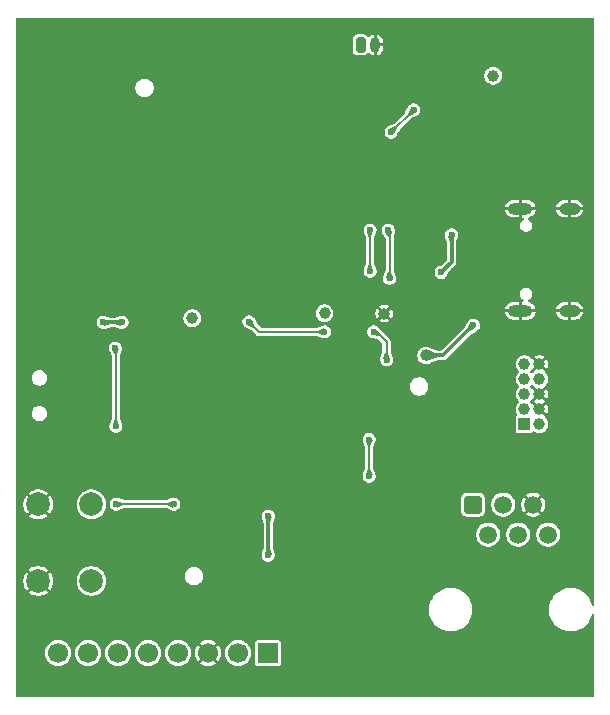
<source format=gbr>
%TF.GenerationSoftware,KiCad,Pcbnew,9.0.1*%
%TF.CreationDate,2025-05-06T23:24:01+02:00*%
%TF.ProjectId,reader,72656164-6572-42e6-9b69-6361645f7063,1.0*%
%TF.SameCoordinates,Original*%
%TF.FileFunction,Copper,L2,Bot*%
%TF.FilePolarity,Positive*%
%FSLAX46Y46*%
G04 Gerber Fmt 4.6, Leading zero omitted, Abs format (unit mm)*
G04 Created by KiCad (PCBNEW 9.0.1) date 2025-05-06 23:24:01*
%MOMM*%
%LPD*%
G01*
G04 APERTURE LIST*
G04 Aperture macros list*
%AMRoundRect*
0 Rectangle with rounded corners*
0 $1 Rounding radius*
0 $2 $3 $4 $5 $6 $7 $8 $9 X,Y pos of 4 corners*
0 Add a 4 corners polygon primitive as box body*
4,1,4,$2,$3,$4,$5,$6,$7,$8,$9,$2,$3,0*
0 Add four circle primitives for the rounded corners*
1,1,$1+$1,$2,$3*
1,1,$1+$1,$4,$5*
1,1,$1+$1,$6,$7*
1,1,$1+$1,$8,$9*
0 Add four rect primitives between the rounded corners*
20,1,$1+$1,$2,$3,$4,$5,0*
20,1,$1+$1,$4,$5,$6,$7,0*
20,1,$1+$1,$6,$7,$8,$9,0*
20,1,$1+$1,$8,$9,$2,$3,0*%
G04 Aperture macros list end*
%TA.AperFunction,ComponentPad*%
%ADD10RoundRect,0.200000X-0.200000X-0.450000X0.200000X-0.450000X0.200000X0.450000X-0.200000X0.450000X0*%
%TD*%
%TA.AperFunction,ComponentPad*%
%ADD11O,0.800000X1.300000*%
%TD*%
%TA.AperFunction,HeatsinkPad*%
%ADD12O,2.100000X1.000000*%
%TD*%
%TA.AperFunction,HeatsinkPad*%
%ADD13O,1.800000X1.000000*%
%TD*%
%TA.AperFunction,ComponentPad*%
%ADD14C,2.000000*%
%TD*%
%TA.AperFunction,ComponentPad*%
%ADD15C,1.000000*%
%TD*%
%TA.AperFunction,ComponentPad*%
%ADD16R,1.000000X1.000000*%
%TD*%
%TA.AperFunction,ComponentPad*%
%ADD17R,1.700000X1.700000*%
%TD*%
%TA.AperFunction,ComponentPad*%
%ADD18C,1.700000*%
%TD*%
%TA.AperFunction,ComponentPad*%
%ADD19RoundRect,0.250000X-0.510000X-0.510000X0.510000X-0.510000X0.510000X0.510000X-0.510000X0.510000X0*%
%TD*%
%TA.AperFunction,ComponentPad*%
%ADD20C,1.520000*%
%TD*%
%TA.AperFunction,ViaPad*%
%ADD21C,0.600000*%
%TD*%
%TA.AperFunction,Conductor*%
%ADD22C,0.200000*%
%TD*%
%TA.AperFunction,Conductor*%
%ADD23C,0.300000*%
%TD*%
G04 APERTURE END LIST*
D10*
%TO.P,SP_Conn1,1,Pin_1*%
%TO.N,Net-(SP_Conn1-Pin_1)*%
X162200000Y-30300000D03*
D11*
%TO.P,SP_Conn1,2,Pin_2*%
%TO.N,GND*%
X163450000Y-30300000D03*
%TD*%
D12*
%TO.P,USB-C1,S1,SHIELD*%
%TO.N,GND*%
X175725000Y-52810000D03*
D13*
X179905000Y-52810000D03*
D12*
X175725000Y-44170000D03*
D13*
X179905000Y-44170000D03*
%TD*%
D14*
%TO.P,RESET1,1,1*%
%TO.N,NRST*%
X139400000Y-69200000D03*
X139400000Y-75700000D03*
%TO.P,RESET1,2,2*%
%TO.N,GND*%
X134900000Y-69200000D03*
X134900000Y-75700000D03*
%TD*%
D15*
%TO.P,TP1,1,1*%
%TO.N,+3.3V*%
X159150000Y-53030000D03*
%TD*%
%TO.P,TP3,1,1*%
%TO.N,Net-(JP1-B)*%
X173430000Y-32910000D03*
%TD*%
D16*
%TO.P,SWD1,1,Pin_1*%
%TO.N,SWDIO*%
X176070000Y-62410000D03*
D15*
%TO.P,SWD1,2,Pin_2*%
%TO.N,+3.3V*%
X177340000Y-62410000D03*
%TO.P,SWD1,3,Pin_3*%
%TO.N,SWCLK*%
X176070000Y-61140000D03*
%TO.P,SWD1,4,Pin_4*%
%TO.N,GND*%
X177340000Y-61140000D03*
%TO.P,SWD1,5,Pin_5*%
%TO.N,TRACESWO*%
X176070000Y-59870000D03*
%TO.P,SWD1,6,Pin_6*%
%TO.N,GND*%
X177340000Y-59870000D03*
%TO.P,SWD1,7,Pin_7*%
%TO.N,unconnected-(SWD1-Pin_7-Pad7)*%
X176070000Y-58600000D03*
%TO.P,SWD1,8,Pin_8*%
%TO.N,unconnected-(SWD1-Pin_8-Pad8)*%
X177340000Y-58600000D03*
%TO.P,SWD1,9,Pin_9*%
%TO.N,NRST*%
X176070000Y-57330000D03*
%TO.P,SWD1,10,Pin_10*%
%TO.N,GND*%
X177340000Y-57330000D03*
%TD*%
D17*
%TO.P,RC522,1,Pin_1*%
%TO.N,+3.3V*%
X154370000Y-81800000D03*
D18*
%TO.P,RC522,2,Pin_2*%
%TO.N,RFID_RST*%
X151830000Y-81800000D03*
%TO.P,RC522,3,Pin_3*%
%TO.N,GND*%
X149290000Y-81800000D03*
%TO.P,RC522,4,Pin_4*%
%TO.N,unconnected-(RC522-Pin_4-Pad4)*%
X146750000Y-81800000D03*
%TO.P,RC522,5,Pin_5*%
%TO.N,RFID_MISO*%
X144210000Y-81800000D03*
%TO.P,RC522,6,Pin_6*%
%TO.N,RFID_MOSI*%
X141670000Y-81800000D03*
%TO.P,RC522,7,Pin_7*%
%TO.N,RFID_SCK*%
X139130000Y-81800000D03*
%TO.P,RC522,8,Pin_8*%
%TO.N,RFID_SDA*%
X136590000Y-81800000D03*
%TD*%
D15*
%TO.P,TP5,1,1*%
%TO.N,RFID_IRQ*%
X147950000Y-53450000D03*
%TD*%
%TO.P,TP4,1,1*%
%TO.N,GND*%
X164210000Y-53050000D03*
%TD*%
%TO.P,TP2,1,1*%
%TO.N,V+*%
X167750000Y-56600000D03*
%TD*%
D19*
%TO.P,RJ12,1*%
%TO.N,NRST*%
X171720000Y-69230000D03*
D20*
%TO.P,RJ12,2*%
%TO.N,Net-(D5-A)*%
X172990000Y-71770000D03*
%TO.P,RJ12,3*%
%TO.N,Net-(U4-R1IN)*%
X174260000Y-69230000D03*
%TO.P,RJ12,4*%
%TO.N,Net-(U4-T1OUT)*%
X175530000Y-71770000D03*
%TO.P,RJ12,5*%
%TO.N,GND*%
X176800000Y-69230000D03*
%TO.P,RJ12,6*%
%TO.N,Net-(D6-A)*%
X178070000Y-71770000D03*
%TD*%
D21*
%TO.N,GND*%
X142900000Y-55675000D03*
X165575000Y-38250000D03*
X167500000Y-36425000D03*
X153543750Y-28450000D03*
X140270000Y-54780000D03*
X155000000Y-60600000D03*
X173400000Y-57500000D03*
X155250000Y-65300000D03*
X163940000Y-49540000D03*
X142200000Y-70130000D03*
X164100000Y-42625000D03*
X172600000Y-53000000D03*
X136690000Y-43160000D03*
X142150000Y-72150000D03*
X155400000Y-73200000D03*
X150000000Y-47300000D03*
X155520000Y-43190000D03*
X174502600Y-29884200D03*
X155730000Y-40980000D03*
X133750000Y-78762500D03*
X180400000Y-58300000D03*
X159890000Y-40970000D03*
X177500000Y-31200000D03*
X138400000Y-58800000D03*
X170600000Y-64900000D03*
X171960000Y-36660000D03*
X145000000Y-40500000D03*
X152233333Y-48600000D03*
X158160000Y-53940000D03*
X136670000Y-48070000D03*
X148600000Y-37800000D03*
X165240000Y-44960000D03*
X169100000Y-41280000D03*
X178200000Y-38000000D03*
X177000000Y-50800000D03*
X133750000Y-47641667D03*
X181400000Y-40015413D03*
X142330000Y-62310000D03*
X145850000Y-67890000D03*
X143910000Y-79840000D03*
X133500000Y-43000000D03*
X166650000Y-70050000D03*
X166850000Y-79750000D03*
X133760000Y-65710000D03*
X145925000Y-72150000D03*
X174502600Y-28919000D03*
X158770000Y-80690000D03*
X153300000Y-70300000D03*
X150000000Y-42300000D03*
X146225000Y-41025000D03*
X153300000Y-73200000D03*
X152690000Y-84825000D03*
X140160000Y-49560000D03*
X177810000Y-66940000D03*
X149560000Y-56910000D03*
X173600000Y-45290000D03*
X143150000Y-39450000D03*
X150733333Y-50200000D03*
X162160000Y-84825000D03*
X168000000Y-46550000D03*
X155850000Y-36425000D03*
X179060000Y-70610000D03*
X163150000Y-43925000D03*
X170360000Y-37590000D03*
X168710000Y-39850000D03*
X149100000Y-68730000D03*
X143100000Y-47400000D03*
X158800000Y-64000000D03*
X181450000Y-46500000D03*
X149300000Y-48600000D03*
X152110000Y-66530000D03*
X170000000Y-66650000D03*
X142260000Y-68240000D03*
X167800000Y-60800000D03*
X133750000Y-60575000D03*
X146150000Y-63380000D03*
X155440000Y-68650000D03*
X177000000Y-46200000D03*
X150766667Y-48600000D03*
X153100000Y-58200000D03*
X169100000Y-45050000D03*
X158500000Y-28450000D03*
X148600000Y-39700000D03*
X147955000Y-84825000D03*
X138675000Y-28450000D03*
X171990000Y-77670000D03*
X146000000Y-77600000D03*
X165010000Y-77040000D03*
X137460000Y-77750000D03*
X135000000Y-45500000D03*
X140610000Y-64970000D03*
X146400000Y-45900000D03*
X166550000Y-73290000D03*
X156000000Y-59400000D03*
X144950000Y-51750000D03*
X141850000Y-44400000D03*
X173520000Y-40140000D03*
X137870000Y-82680000D03*
X151450000Y-54900000D03*
X179380000Y-66940000D03*
X171710000Y-72660000D03*
X140300000Y-52500000D03*
X157425000Y-84825000D03*
X181450000Y-28475000D03*
X166895000Y-84825000D03*
X151000000Y-58600000D03*
X181200000Y-33124652D03*
X176600000Y-81100000D03*
X143300000Y-44700000D03*
X157720000Y-47790000D03*
X151600000Y-46700000D03*
X157700000Y-66400000D03*
X169500000Y-60600000D03*
X133500000Y-28450000D03*
X147940000Y-69930000D03*
X138190000Y-48040000D03*
X145480000Y-82690000D03*
X168800000Y-70100000D03*
X136680000Y-53200000D03*
X143631250Y-28450000D03*
X175400000Y-36800000D03*
X170150000Y-49450000D03*
X145000000Y-53400000D03*
X136580000Y-80080000D03*
X180560000Y-29870000D03*
X171700000Y-46800000D03*
X181450000Y-73575000D03*
X145730000Y-69970000D03*
X133725000Y-53300000D03*
X133750000Y-84825000D03*
X168800000Y-67950000D03*
X163600000Y-60200000D03*
X181450000Y-67937500D03*
X173080000Y-70310000D03*
X165200000Y-60200000D03*
X157700000Y-45650000D03*
X161980000Y-49500000D03*
X149300000Y-50200000D03*
X143500000Y-37500000D03*
X153800000Y-47200000D03*
X151675000Y-76550000D03*
X163930000Y-47770000D03*
X156760000Y-40970000D03*
X169500000Y-57800000D03*
X174800000Y-54300000D03*
X138841000Y-63564600D03*
X142960000Y-82690000D03*
X149520000Y-71610000D03*
X138910000Y-43480000D03*
X160950000Y-45900000D03*
X158970000Y-59870000D03*
X153300000Y-79750000D03*
X163430000Y-56840000D03*
X179100000Y-48500000D03*
X173320000Y-79090000D03*
X164700000Y-66700000D03*
X173300000Y-49000000D03*
X157800000Y-49500000D03*
X174850000Y-63100000D03*
X168630000Y-37590000D03*
X174140000Y-66050000D03*
X155500000Y-70400000D03*
X158279999Y-76120001D03*
X150560000Y-82690000D03*
X178060000Y-63740000D03*
X173900000Y-51700000D03*
X155440000Y-79730000D03*
X171800000Y-62100000D03*
X161975000Y-67300000D03*
X158740000Y-71480000D03*
X169130000Y-73660000D03*
X133500000Y-36000000D03*
X181450000Y-51025000D03*
X181450000Y-84850000D03*
X138485000Y-84825000D03*
X168300000Y-64500000D03*
X150400000Y-63000000D03*
X154460000Y-55320000D03*
X167300000Y-28450000D03*
X164700000Y-63700000D03*
X177050000Y-73270000D03*
X167000000Y-49000000D03*
X133750000Y-72700000D03*
X145510000Y-79850000D03*
X141850000Y-77500000D03*
X148587500Y-28450000D03*
X175570000Y-70320000D03*
X170730000Y-42610000D03*
X171100000Y-58744265D03*
X162100000Y-64200000D03*
X168540000Y-50630000D03*
X142560000Y-59210000D03*
X153100000Y-49500000D03*
X138300000Y-54900000D03*
X160600000Y-52600000D03*
X154750000Y-53730000D03*
X166450000Y-56175000D03*
X181525000Y-64200000D03*
X180547800Y-28919000D03*
X161270000Y-58340000D03*
X150300000Y-73200000D03*
X143220000Y-84825000D03*
X148400000Y-59100000D03*
X149800000Y-46000000D03*
X153700000Y-48600000D03*
X146207000Y-66003000D03*
X157010000Y-56990000D03*
X147059999Y-43890001D03*
X173400000Y-43400000D03*
X142970000Y-53570000D03*
X147000000Y-51800000D03*
X174100000Y-81400000D03*
%TO.N,+3.3V*%
X142000000Y-53800000D03*
X140400000Y-53800000D03*
X154369999Y-73530001D03*
X154400000Y-70200000D03*
%TO.N,V+*%
X171757815Y-54042185D03*
X169900000Y-46400000D03*
X169025000Y-49575000D03*
%TO.N,NRST*%
X146400000Y-69200000D03*
X141490000Y-62600000D03*
X141440000Y-55980000D03*
X141500000Y-69200000D03*
%TO.N,SWCLK*%
X163000000Y-49470000D03*
X163000000Y-46000000D03*
%TO.N,TRACESWO*%
X164550000Y-46000000D03*
X164650000Y-50080000D03*
%TO.N,USART3_TX*%
X163310000Y-54600000D03*
X152750000Y-53750000D03*
X159140000Y-54600000D03*
X162920000Y-63720000D03*
X164400000Y-56950000D03*
X162920000Y-66820000D03*
%TO.N,Net-(JP1-A)*%
X166687500Y-35812500D03*
X164800000Y-37700000D03*
%TD*%
D22*
%TO.N,Net-(JP1-A)*%
X164800000Y-37700000D02*
X166687500Y-35812500D01*
D23*
%TO.N,+3.3V*%
X154400000Y-73500000D02*
X154400000Y-70200000D01*
X154369999Y-73530001D02*
X154400000Y-73500000D01*
X140400000Y-53800000D02*
X142000000Y-53800000D01*
%TO.N,V+*%
X167750000Y-56600000D02*
X169200000Y-56600000D01*
X169025000Y-49575000D02*
X169900000Y-48700000D01*
X169900000Y-48700000D02*
X169900000Y-46400000D01*
X169200000Y-56600000D02*
X171757815Y-54042185D01*
D22*
%TO.N,NRST*%
X141490000Y-62600000D02*
X141490000Y-56030000D01*
X141490000Y-56030000D02*
X141440000Y-55980000D01*
X141500000Y-69200000D02*
X146400000Y-69200000D01*
%TO.N,SWCLK*%
X163000000Y-46000000D02*
X163000000Y-49470000D01*
%TO.N,TRACESWO*%
X164660000Y-46110000D02*
X164660000Y-50070000D01*
X164660000Y-50070000D02*
X164650000Y-50080000D01*
X164550000Y-46000000D02*
X164660000Y-46110000D01*
%TO.N,USART3_TX*%
X163560000Y-54600000D02*
X163310000Y-54600000D01*
X162920200Y-63720200D02*
X162920000Y-63720000D01*
X164400000Y-56950000D02*
X164400000Y-55440000D01*
X152750000Y-53750000D02*
X153600000Y-54600000D01*
X162920200Y-66819800D02*
X162920200Y-63720200D01*
X164400000Y-55440000D02*
X163560000Y-54600000D01*
X162920000Y-66820000D02*
X162920200Y-66819800D01*
X153600000Y-54600000D02*
X159140000Y-54600000D01*
%TD*%
%TA.AperFunction,Conductor*%
%TO.N,GND*%
G36*
X177059930Y-60084905D02*
G01*
X177125095Y-60150070D01*
X177195853Y-60190922D01*
X176905248Y-60481526D01*
X176906363Y-60492847D01*
X176906363Y-60517152D01*
X176905248Y-60528472D01*
X177195853Y-60819077D01*
X177125095Y-60859930D01*
X177059930Y-60925095D01*
X177019077Y-60995853D01*
X176718075Y-60694851D01*
X176689066Y-60689349D01*
X176686246Y-60687261D01*
X176684385Y-60686825D01*
X176675476Y-60679322D01*
X176674375Y-60678999D01*
X176666342Y-60672526D01*
X176657310Y-60665839D01*
X176657259Y-60665891D01*
X176656914Y-60665546D01*
X176656475Y-60665221D01*
X176652999Y-60661631D01*
X176584049Y-60592681D01*
X176550564Y-60531358D01*
X176555548Y-60461666D01*
X176584049Y-60417319D01*
X176657259Y-60344109D01*
X176659126Y-60345976D01*
X176707353Y-60313065D01*
X176721707Y-60311515D01*
X177019077Y-60014145D01*
X177059930Y-60084905D01*
G37*
%TD.AperFunction*%
%TA.AperFunction,Conductor*%
G36*
X176748334Y-59085548D02*
G01*
X176792681Y-59114049D01*
X176865891Y-59187259D01*
X176864031Y-59189118D01*
X176866120Y-59192182D01*
X176878233Y-59201250D01*
X176885399Y-59220465D01*
X176896952Y-59237412D01*
X176898492Y-59251716D01*
X177195853Y-59549077D01*
X177125095Y-59589930D01*
X177059930Y-59655095D01*
X177019077Y-59725853D01*
X176719615Y-59426391D01*
X176702226Y-59425148D01*
X176695933Y-59420651D01*
X176689066Y-59419349D01*
X176673609Y-59404697D01*
X176658936Y-59394213D01*
X176657259Y-59395891D01*
X176584049Y-59322681D01*
X176550564Y-59261358D01*
X176555548Y-59191666D01*
X176584049Y-59147319D01*
X176617319Y-59114049D01*
X176678642Y-59080564D01*
X176748334Y-59085548D01*
G37*
%TD.AperFunction*%
%TA.AperFunction,Conductor*%
G36*
X177059930Y-57544905D02*
G01*
X177125095Y-57610070D01*
X177195853Y-57650922D01*
X176896390Y-57950384D01*
X176895146Y-57967776D01*
X176890650Y-57974072D01*
X176889349Y-57980933D01*
X176874768Y-57996315D01*
X176864227Y-58011077D01*
X176865891Y-58012741D01*
X176792681Y-58085951D01*
X176731358Y-58119436D01*
X176661666Y-58114452D01*
X176617319Y-58085951D01*
X176584049Y-58052681D01*
X176550564Y-57991358D01*
X176555548Y-57921666D01*
X176584049Y-57877319D01*
X176657259Y-57804109D01*
X176659126Y-57805976D01*
X176662167Y-57803900D01*
X176671254Y-57791763D01*
X176690437Y-57784608D01*
X176707353Y-57773065D01*
X176721707Y-57771515D01*
X177019077Y-57474145D01*
X177059930Y-57544905D01*
G37*
%TD.AperFunction*%
%TA.AperFunction,Conductor*%
G36*
X181942539Y-28020185D02*
G01*
X181988294Y-28072989D01*
X181999500Y-28124500D01*
X181999500Y-77661813D01*
X181979815Y-77728852D01*
X181927011Y-77774607D01*
X181857853Y-77784551D01*
X181794297Y-77755526D01*
X181756523Y-77696748D01*
X181755725Y-77693907D01*
X181712330Y-77531953D01*
X181620754Y-77310870D01*
X181620748Y-77310859D01*
X181501108Y-77103634D01*
X181501107Y-77103632D01*
X181355430Y-76913783D01*
X181355424Y-76913776D01*
X181186223Y-76744575D01*
X181186216Y-76744569D01*
X180996367Y-76598892D01*
X180996365Y-76598891D01*
X180789140Y-76479251D01*
X180789132Y-76479247D01*
X180789130Y-76479246D01*
X180568047Y-76387670D01*
X180568048Y-76387670D01*
X180568045Y-76387669D01*
X180336900Y-76325734D01*
X180099659Y-76294501D01*
X180099656Y-76294500D01*
X180099650Y-76294500D01*
X179860350Y-76294500D01*
X179860344Y-76294500D01*
X179860340Y-76294501D01*
X179623099Y-76325734D01*
X179391954Y-76387669D01*
X179170876Y-76479243D01*
X179170859Y-76479251D01*
X178963634Y-76598891D01*
X178963632Y-76598892D01*
X178773783Y-76744569D01*
X178773776Y-76744575D01*
X178604575Y-76913776D01*
X178604569Y-76913783D01*
X178458892Y-77103632D01*
X178458891Y-77103634D01*
X178339251Y-77310859D01*
X178339243Y-77310876D01*
X178247669Y-77531954D01*
X178185734Y-77763099D01*
X178154501Y-78000340D01*
X178154500Y-78000356D01*
X178154500Y-78239643D01*
X178154501Y-78239659D01*
X178185734Y-78476900D01*
X178247669Y-78708045D01*
X178339243Y-78929123D01*
X178339251Y-78929140D01*
X178458891Y-79136365D01*
X178458892Y-79136367D01*
X178604569Y-79326216D01*
X178604575Y-79326223D01*
X178773776Y-79495424D01*
X178773783Y-79495430D01*
X178963632Y-79641107D01*
X178963634Y-79641108D01*
X179170859Y-79760748D01*
X179170862Y-79760749D01*
X179170870Y-79760754D01*
X179391953Y-79852330D01*
X179623098Y-79914265D01*
X179860350Y-79945500D01*
X179860357Y-79945500D01*
X180099643Y-79945500D01*
X180099650Y-79945500D01*
X180336902Y-79914265D01*
X180568047Y-79852330D01*
X180789130Y-79760754D01*
X180996370Y-79641105D01*
X181186218Y-79495429D01*
X181355429Y-79326218D01*
X181501105Y-79136370D01*
X181620754Y-78929130D01*
X181712330Y-78708047D01*
X181755725Y-78546091D01*
X181792090Y-78486432D01*
X181854937Y-78455903D01*
X181924312Y-78464198D01*
X181978190Y-78508683D01*
X181999465Y-78575235D01*
X181999500Y-78578186D01*
X181999500Y-85375500D01*
X181979815Y-85442539D01*
X181927011Y-85488294D01*
X181875500Y-85499500D01*
X133124500Y-85499500D01*
X133057461Y-85479815D01*
X133011706Y-85427011D01*
X133000500Y-85375500D01*
X133000500Y-81713389D01*
X135489500Y-81713389D01*
X135489500Y-81886611D01*
X135516598Y-82057701D01*
X135570127Y-82222445D01*
X135648768Y-82376788D01*
X135750586Y-82516928D01*
X135873072Y-82639414D01*
X136013212Y-82741232D01*
X136167555Y-82819873D01*
X136332299Y-82873402D01*
X136503389Y-82900500D01*
X136503390Y-82900500D01*
X136676610Y-82900500D01*
X136676611Y-82900500D01*
X136847701Y-82873402D01*
X137012445Y-82819873D01*
X137166788Y-82741232D01*
X137306928Y-82639414D01*
X137429414Y-82516928D01*
X137531232Y-82376788D01*
X137609873Y-82222445D01*
X137663402Y-82057701D01*
X137690500Y-81886611D01*
X137690500Y-81713389D01*
X138029500Y-81713389D01*
X138029500Y-81886611D01*
X138056598Y-82057701D01*
X138110127Y-82222445D01*
X138188768Y-82376788D01*
X138290586Y-82516928D01*
X138413072Y-82639414D01*
X138553212Y-82741232D01*
X138707555Y-82819873D01*
X138872299Y-82873402D01*
X139043389Y-82900500D01*
X139043390Y-82900500D01*
X139216610Y-82900500D01*
X139216611Y-82900500D01*
X139387701Y-82873402D01*
X139552445Y-82819873D01*
X139706788Y-82741232D01*
X139846928Y-82639414D01*
X139969414Y-82516928D01*
X140071232Y-82376788D01*
X140149873Y-82222445D01*
X140203402Y-82057701D01*
X140230500Y-81886611D01*
X140230500Y-81713389D01*
X140569500Y-81713389D01*
X140569500Y-81886611D01*
X140596598Y-82057701D01*
X140650127Y-82222445D01*
X140728768Y-82376788D01*
X140830586Y-82516928D01*
X140953072Y-82639414D01*
X141093212Y-82741232D01*
X141247555Y-82819873D01*
X141412299Y-82873402D01*
X141583389Y-82900500D01*
X141583390Y-82900500D01*
X141756610Y-82900500D01*
X141756611Y-82900500D01*
X141927701Y-82873402D01*
X142092445Y-82819873D01*
X142246788Y-82741232D01*
X142386928Y-82639414D01*
X142509414Y-82516928D01*
X142611232Y-82376788D01*
X142689873Y-82222445D01*
X142743402Y-82057701D01*
X142770500Y-81886611D01*
X142770500Y-81713389D01*
X143109500Y-81713389D01*
X143109500Y-81886611D01*
X143136598Y-82057701D01*
X143190127Y-82222445D01*
X143268768Y-82376788D01*
X143370586Y-82516928D01*
X143493072Y-82639414D01*
X143633212Y-82741232D01*
X143787555Y-82819873D01*
X143952299Y-82873402D01*
X144123389Y-82900500D01*
X144123390Y-82900500D01*
X144296610Y-82900500D01*
X144296611Y-82900500D01*
X144467701Y-82873402D01*
X144632445Y-82819873D01*
X144786788Y-82741232D01*
X144926928Y-82639414D01*
X145049414Y-82516928D01*
X145151232Y-82376788D01*
X145229873Y-82222445D01*
X145283402Y-82057701D01*
X145310500Y-81886611D01*
X145310500Y-81713389D01*
X145649500Y-81713389D01*
X145649500Y-81886611D01*
X145676598Y-82057701D01*
X145730127Y-82222445D01*
X145808768Y-82376788D01*
X145910586Y-82516928D01*
X146033072Y-82639414D01*
X146173212Y-82741232D01*
X146327555Y-82819873D01*
X146492299Y-82873402D01*
X146663389Y-82900500D01*
X146663390Y-82900500D01*
X146836610Y-82900500D01*
X146836611Y-82900500D01*
X147007701Y-82873402D01*
X147172445Y-82819873D01*
X147326788Y-82741232D01*
X147466928Y-82639414D01*
X147589414Y-82516928D01*
X147691232Y-82376788D01*
X147769873Y-82222445D01*
X147823402Y-82057701D01*
X147850500Y-81886611D01*
X147850500Y-81713428D01*
X148190000Y-81713428D01*
X148190000Y-81886571D01*
X148217085Y-82057584D01*
X148270591Y-82222257D01*
X148349194Y-82376521D01*
X148428097Y-82485124D01*
X148859269Y-82053952D01*
X148889901Y-82107007D01*
X148982993Y-82200099D01*
X149036046Y-82230729D01*
X148604874Y-82661901D01*
X148713478Y-82740805D01*
X148867742Y-82819408D01*
X149032415Y-82872914D01*
X149203429Y-82900000D01*
X149376571Y-82900000D01*
X149547584Y-82872914D01*
X149712257Y-82819408D01*
X149866528Y-82740801D01*
X149975124Y-82661902D01*
X149975125Y-82661901D01*
X149543953Y-82230729D01*
X149597007Y-82200099D01*
X149690099Y-82107007D01*
X149720729Y-82053953D01*
X150151901Y-82485125D01*
X150151902Y-82485124D01*
X150230801Y-82376528D01*
X150309408Y-82222257D01*
X150362914Y-82057584D01*
X150390000Y-81886571D01*
X150390000Y-81713428D01*
X150389994Y-81713389D01*
X150729500Y-81713389D01*
X150729500Y-81886611D01*
X150756598Y-82057701D01*
X150810127Y-82222445D01*
X150888768Y-82376788D01*
X150990586Y-82516928D01*
X151113072Y-82639414D01*
X151253212Y-82741232D01*
X151407555Y-82819873D01*
X151572299Y-82873402D01*
X151743389Y-82900500D01*
X151743390Y-82900500D01*
X151916610Y-82900500D01*
X151916611Y-82900500D01*
X152087701Y-82873402D01*
X152252445Y-82819873D01*
X152406788Y-82741232D01*
X152546928Y-82639414D01*
X152669414Y-82516928D01*
X152771232Y-82376788D01*
X152849873Y-82222445D01*
X152903402Y-82057701D01*
X152930500Y-81886611D01*
X152930500Y-81713389D01*
X152903402Y-81542299D01*
X152849873Y-81377555D01*
X152771232Y-81223212D01*
X152669414Y-81083072D01*
X152546928Y-80960586D01*
X152498390Y-80925321D01*
X153269500Y-80925321D01*
X153269500Y-82674678D01*
X153284032Y-82747735D01*
X153284033Y-82747739D01*
X153284034Y-82747740D01*
X153339399Y-82830601D01*
X153422260Y-82885966D01*
X153422264Y-82885967D01*
X153495321Y-82900499D01*
X153495324Y-82900500D01*
X153495326Y-82900500D01*
X155244676Y-82900500D01*
X155244677Y-82900499D01*
X155317740Y-82885966D01*
X155400601Y-82830601D01*
X155455966Y-82747740D01*
X155470500Y-82674674D01*
X155470500Y-80925326D01*
X155470500Y-80925323D01*
X155470499Y-80925321D01*
X155455967Y-80852264D01*
X155455966Y-80852260D01*
X155400601Y-80769399D01*
X155317740Y-80714034D01*
X155317739Y-80714033D01*
X155317735Y-80714032D01*
X155244677Y-80699500D01*
X155244674Y-80699500D01*
X153495326Y-80699500D01*
X153495323Y-80699500D01*
X153422264Y-80714032D01*
X153422260Y-80714033D01*
X153339399Y-80769399D01*
X153284033Y-80852260D01*
X153284032Y-80852264D01*
X153269500Y-80925321D01*
X152498390Y-80925321D01*
X152406788Y-80858768D01*
X152252445Y-80780127D01*
X152087701Y-80726598D01*
X152087699Y-80726597D01*
X152087698Y-80726597D01*
X151956271Y-80705781D01*
X151916611Y-80699500D01*
X151743389Y-80699500D01*
X151703728Y-80705781D01*
X151572302Y-80726597D01*
X151407552Y-80780128D01*
X151253211Y-80858768D01*
X151173256Y-80916859D01*
X151113072Y-80960586D01*
X151113070Y-80960588D01*
X151113069Y-80960588D01*
X150990588Y-81083069D01*
X150990588Y-81083070D01*
X150990586Y-81083072D01*
X150946859Y-81143256D01*
X150888768Y-81223211D01*
X150810128Y-81377552D01*
X150756597Y-81542302D01*
X150746349Y-81607007D01*
X150729500Y-81713389D01*
X150389994Y-81713389D01*
X150362914Y-81542415D01*
X150309408Y-81377742D01*
X150230805Y-81223478D01*
X150151901Y-81114874D01*
X149720729Y-81546046D01*
X149690099Y-81492993D01*
X149597007Y-81399901D01*
X149543952Y-81369270D01*
X149975124Y-80938097D01*
X149866521Y-80859194D01*
X149712257Y-80780591D01*
X149547584Y-80727085D01*
X149376571Y-80700000D01*
X149203429Y-80700000D01*
X149032415Y-80727085D01*
X148867742Y-80780591D01*
X148713476Y-80859195D01*
X148713474Y-80859196D01*
X148604874Y-80938096D01*
X148604874Y-80938097D01*
X149036047Y-81369270D01*
X148982993Y-81399901D01*
X148889901Y-81492993D01*
X148859270Y-81546047D01*
X148428097Y-81114874D01*
X148428096Y-81114874D01*
X148349196Y-81223474D01*
X148349195Y-81223476D01*
X148270591Y-81377742D01*
X148217085Y-81542415D01*
X148190000Y-81713428D01*
X147850500Y-81713428D01*
X147850500Y-81713389D01*
X147823402Y-81542299D01*
X147769873Y-81377555D01*
X147691232Y-81223212D01*
X147589414Y-81083072D01*
X147466928Y-80960586D01*
X147326788Y-80858768D01*
X147172445Y-80780127D01*
X147007701Y-80726598D01*
X147007699Y-80726597D01*
X147007698Y-80726597D01*
X146876271Y-80705781D01*
X146836611Y-80699500D01*
X146663389Y-80699500D01*
X146623728Y-80705781D01*
X146492302Y-80726597D01*
X146327552Y-80780128D01*
X146173211Y-80858768D01*
X146093256Y-80916859D01*
X146033072Y-80960586D01*
X146033070Y-80960588D01*
X146033069Y-80960588D01*
X145910588Y-81083069D01*
X145910588Y-81083070D01*
X145910586Y-81083072D01*
X145866859Y-81143256D01*
X145808768Y-81223211D01*
X145730128Y-81377552D01*
X145676597Y-81542302D01*
X145666349Y-81607007D01*
X145649500Y-81713389D01*
X145310500Y-81713389D01*
X145283402Y-81542299D01*
X145229873Y-81377555D01*
X145151232Y-81223212D01*
X145049414Y-81083072D01*
X144926928Y-80960586D01*
X144786788Y-80858768D01*
X144632445Y-80780127D01*
X144467701Y-80726598D01*
X144467699Y-80726597D01*
X144467698Y-80726597D01*
X144336271Y-80705781D01*
X144296611Y-80699500D01*
X144123389Y-80699500D01*
X144083728Y-80705781D01*
X143952302Y-80726597D01*
X143787552Y-80780128D01*
X143633211Y-80858768D01*
X143553256Y-80916859D01*
X143493072Y-80960586D01*
X143493070Y-80960588D01*
X143493069Y-80960588D01*
X143370588Y-81083069D01*
X143370588Y-81083070D01*
X143370586Y-81083072D01*
X143326859Y-81143256D01*
X143268768Y-81223211D01*
X143190128Y-81377552D01*
X143136597Y-81542302D01*
X143126349Y-81607007D01*
X143109500Y-81713389D01*
X142770500Y-81713389D01*
X142743402Y-81542299D01*
X142689873Y-81377555D01*
X142611232Y-81223212D01*
X142509414Y-81083072D01*
X142386928Y-80960586D01*
X142246788Y-80858768D01*
X142092445Y-80780127D01*
X141927701Y-80726598D01*
X141927699Y-80726597D01*
X141927698Y-80726597D01*
X141796271Y-80705781D01*
X141756611Y-80699500D01*
X141583389Y-80699500D01*
X141543728Y-80705781D01*
X141412302Y-80726597D01*
X141247552Y-80780128D01*
X141093211Y-80858768D01*
X141013256Y-80916859D01*
X140953072Y-80960586D01*
X140953070Y-80960588D01*
X140953069Y-80960588D01*
X140830588Y-81083069D01*
X140830588Y-81083070D01*
X140830586Y-81083072D01*
X140786859Y-81143256D01*
X140728768Y-81223211D01*
X140650128Y-81377552D01*
X140596597Y-81542302D01*
X140586349Y-81607007D01*
X140569500Y-81713389D01*
X140230500Y-81713389D01*
X140203402Y-81542299D01*
X140149873Y-81377555D01*
X140071232Y-81223212D01*
X139969414Y-81083072D01*
X139846928Y-80960586D01*
X139706788Y-80858768D01*
X139552445Y-80780127D01*
X139387701Y-80726598D01*
X139387699Y-80726597D01*
X139387698Y-80726597D01*
X139256271Y-80705781D01*
X139216611Y-80699500D01*
X139043389Y-80699500D01*
X139003728Y-80705781D01*
X138872302Y-80726597D01*
X138707552Y-80780128D01*
X138553211Y-80858768D01*
X138473256Y-80916859D01*
X138413072Y-80960586D01*
X138413070Y-80960588D01*
X138413069Y-80960588D01*
X138290588Y-81083069D01*
X138290588Y-81083070D01*
X138290586Y-81083072D01*
X138246859Y-81143256D01*
X138188768Y-81223211D01*
X138110128Y-81377552D01*
X138056597Y-81542302D01*
X138046349Y-81607007D01*
X138029500Y-81713389D01*
X137690500Y-81713389D01*
X137663402Y-81542299D01*
X137609873Y-81377555D01*
X137531232Y-81223212D01*
X137429414Y-81083072D01*
X137306928Y-80960586D01*
X137166788Y-80858768D01*
X137012445Y-80780127D01*
X136847701Y-80726598D01*
X136847699Y-80726597D01*
X136847698Y-80726597D01*
X136716271Y-80705781D01*
X136676611Y-80699500D01*
X136503389Y-80699500D01*
X136463728Y-80705781D01*
X136332302Y-80726597D01*
X136167552Y-80780128D01*
X136013211Y-80858768D01*
X135933256Y-80916859D01*
X135873072Y-80960586D01*
X135873070Y-80960588D01*
X135873069Y-80960588D01*
X135750588Y-81083069D01*
X135750588Y-81083070D01*
X135750586Y-81083072D01*
X135706859Y-81143256D01*
X135648768Y-81223211D01*
X135570128Y-81377552D01*
X135516597Y-81542302D01*
X135506349Y-81607007D01*
X135489500Y-81713389D01*
X133000500Y-81713389D01*
X133000500Y-78000356D01*
X167994500Y-78000356D01*
X167994500Y-78239643D01*
X167994501Y-78239659D01*
X168025734Y-78476900D01*
X168087669Y-78708045D01*
X168179243Y-78929123D01*
X168179251Y-78929140D01*
X168298891Y-79136365D01*
X168298892Y-79136367D01*
X168444569Y-79326216D01*
X168444575Y-79326223D01*
X168613776Y-79495424D01*
X168613783Y-79495430D01*
X168803632Y-79641107D01*
X168803634Y-79641108D01*
X169010859Y-79760748D01*
X169010862Y-79760749D01*
X169010870Y-79760754D01*
X169231953Y-79852330D01*
X169463098Y-79914265D01*
X169700350Y-79945500D01*
X169700357Y-79945500D01*
X169939643Y-79945500D01*
X169939650Y-79945500D01*
X170176902Y-79914265D01*
X170408047Y-79852330D01*
X170629130Y-79760754D01*
X170836370Y-79641105D01*
X171026218Y-79495429D01*
X171195429Y-79326218D01*
X171341105Y-79136370D01*
X171460754Y-78929130D01*
X171552330Y-78708047D01*
X171614265Y-78476902D01*
X171645500Y-78239650D01*
X171645500Y-78000350D01*
X171614265Y-77763098D01*
X171552330Y-77531953D01*
X171460754Y-77310870D01*
X171460748Y-77310859D01*
X171341108Y-77103634D01*
X171341107Y-77103632D01*
X171195430Y-76913783D01*
X171195424Y-76913776D01*
X171026223Y-76744575D01*
X171026216Y-76744569D01*
X170836367Y-76598892D01*
X170836365Y-76598891D01*
X170629140Y-76479251D01*
X170629132Y-76479247D01*
X170629130Y-76479246D01*
X170408047Y-76387670D01*
X170408048Y-76387670D01*
X170408045Y-76387669D01*
X170176900Y-76325734D01*
X169939659Y-76294501D01*
X169939656Y-76294500D01*
X169939650Y-76294500D01*
X169700350Y-76294500D01*
X169700344Y-76294500D01*
X169700340Y-76294501D01*
X169463099Y-76325734D01*
X169231954Y-76387669D01*
X169010876Y-76479243D01*
X169010859Y-76479251D01*
X168803634Y-76598891D01*
X168803632Y-76598892D01*
X168613783Y-76744569D01*
X168613776Y-76744575D01*
X168444575Y-76913776D01*
X168444569Y-76913783D01*
X168298892Y-77103632D01*
X168298891Y-77103634D01*
X168179251Y-77310859D01*
X168179243Y-77310876D01*
X168087669Y-77531954D01*
X168025734Y-77763099D01*
X167994501Y-78000340D01*
X167994500Y-78000356D01*
X133000500Y-78000356D01*
X133000500Y-75601617D01*
X133650000Y-75601617D01*
X133650000Y-75798382D01*
X133680778Y-75992705D01*
X133741581Y-76179835D01*
X133830900Y-76355135D01*
X133830904Y-76355141D01*
X133930710Y-76492511D01*
X133930711Y-76492512D01*
X134432667Y-75990555D01*
X134459890Y-76037708D01*
X134562292Y-76140110D01*
X134609442Y-76167332D01*
X134107486Y-76669288D01*
X134244858Y-76769095D01*
X134244864Y-76769099D01*
X134420164Y-76858418D01*
X134607294Y-76919221D01*
X134801618Y-76950000D01*
X134998382Y-76950000D01*
X135192705Y-76919221D01*
X135379835Y-76858418D01*
X135555143Y-76769095D01*
X135692511Y-76669288D01*
X135692512Y-76669287D01*
X135190557Y-76167332D01*
X135237708Y-76140110D01*
X135340110Y-76037708D01*
X135367332Y-75990556D01*
X135869287Y-76492512D01*
X135869288Y-76492511D01*
X135969095Y-76355143D01*
X136058418Y-76179835D01*
X136119221Y-75992705D01*
X136150000Y-75798382D01*
X136150000Y-75601617D01*
X136149994Y-75601577D01*
X138149500Y-75601577D01*
X138149500Y-75798422D01*
X138180290Y-75992826D01*
X138241117Y-76180029D01*
X138299444Y-76294501D01*
X138330476Y-76355405D01*
X138446172Y-76514646D01*
X138585354Y-76653828D01*
X138744595Y-76769524D01*
X138827455Y-76811743D01*
X138919970Y-76858882D01*
X138919972Y-76858882D01*
X138919975Y-76858884D01*
X139020317Y-76891487D01*
X139107173Y-76919709D01*
X139301578Y-76950500D01*
X139301583Y-76950500D01*
X139498422Y-76950500D01*
X139692826Y-76919709D01*
X139711086Y-76913776D01*
X139880025Y-76858884D01*
X140055405Y-76769524D01*
X140214646Y-76653828D01*
X140353828Y-76514646D01*
X140469524Y-76355405D01*
X140558884Y-76180025D01*
X140619709Y-75992826D01*
X140620454Y-75988124D01*
X140650500Y-75798422D01*
X140650500Y-75601577D01*
X140619709Y-75407173D01*
X140609736Y-75376481D01*
X147323499Y-75376481D01*
X147353339Y-75526491D01*
X147353342Y-75526501D01*
X147411873Y-75667809D01*
X147411875Y-75667812D01*
X147496849Y-75794985D01*
X147496855Y-75794993D01*
X147605006Y-75903144D01*
X147605014Y-75903150D01*
X147732187Y-75988124D01*
X147732190Y-75988126D01*
X147851893Y-76037708D01*
X147873503Y-76046659D01*
X147873507Y-76046659D01*
X147873508Y-76046660D01*
X148023518Y-76076500D01*
X148023521Y-76076500D01*
X148176481Y-76076500D01*
X148277404Y-76056424D01*
X148326497Y-76046659D01*
X148467811Y-75988125D01*
X148594990Y-75903147D01*
X148703147Y-75794990D01*
X148788125Y-75667811D01*
X148846659Y-75526497D01*
X148856424Y-75477404D01*
X148876500Y-75376481D01*
X148876500Y-75223518D01*
X148846660Y-75073508D01*
X148846659Y-75073507D01*
X148846659Y-75073503D01*
X148846657Y-75073498D01*
X148788126Y-74932190D01*
X148788124Y-74932187D01*
X148703150Y-74805014D01*
X148703144Y-74805006D01*
X148594993Y-74696855D01*
X148594985Y-74696849D01*
X148467812Y-74611875D01*
X148467809Y-74611873D01*
X148326501Y-74553342D01*
X148326491Y-74553339D01*
X148176481Y-74523500D01*
X148176479Y-74523500D01*
X148023521Y-74523500D01*
X148023519Y-74523500D01*
X147873508Y-74553339D01*
X147873498Y-74553342D01*
X147732190Y-74611873D01*
X147732187Y-74611875D01*
X147605014Y-74696849D01*
X147605006Y-74696855D01*
X147496855Y-74805006D01*
X147496849Y-74805014D01*
X147411875Y-74932187D01*
X147411873Y-74932190D01*
X147353342Y-75073498D01*
X147353339Y-75073508D01*
X147323500Y-75223518D01*
X147323500Y-75223521D01*
X147323500Y-75376479D01*
X147323500Y-75376481D01*
X147323499Y-75376481D01*
X140609736Y-75376481D01*
X140570507Y-75255748D01*
X140558882Y-75219970D01*
X140511743Y-75127455D01*
X140469524Y-75044595D01*
X140353828Y-74885354D01*
X140214646Y-74746172D01*
X140055405Y-74630476D01*
X139880029Y-74541117D01*
X139692826Y-74480290D01*
X139498422Y-74449500D01*
X139498417Y-74449500D01*
X139301583Y-74449500D01*
X139301578Y-74449500D01*
X139107173Y-74480290D01*
X138919970Y-74541117D01*
X138744594Y-74630476D01*
X138653741Y-74696485D01*
X138585354Y-74746172D01*
X138585352Y-74746174D01*
X138585351Y-74746174D01*
X138446174Y-74885351D01*
X138446174Y-74885352D01*
X138446172Y-74885354D01*
X138396485Y-74953741D01*
X138330476Y-75044594D01*
X138241117Y-75219970D01*
X138180290Y-75407173D01*
X138149500Y-75601577D01*
X136149994Y-75601577D01*
X136119221Y-75407294D01*
X136058418Y-75220164D01*
X135969099Y-75044864D01*
X135969095Y-75044858D01*
X135869288Y-74907487D01*
X135869288Y-74907486D01*
X135367332Y-75409442D01*
X135340110Y-75362292D01*
X135237708Y-75259890D01*
X135190556Y-75232667D01*
X135692512Y-74730711D01*
X135692511Y-74730710D01*
X135555141Y-74630904D01*
X135555135Y-74630900D01*
X135379835Y-74541581D01*
X135192705Y-74480778D01*
X134998382Y-74450000D01*
X134801618Y-74450000D01*
X134607294Y-74480778D01*
X134420164Y-74541581D01*
X134244856Y-74630904D01*
X134107487Y-74730710D01*
X134107486Y-74730710D01*
X134609443Y-75232667D01*
X134562292Y-75259890D01*
X134459890Y-75362292D01*
X134432667Y-75409443D01*
X133930710Y-74907486D01*
X133930710Y-74907487D01*
X133830904Y-75044856D01*
X133741581Y-75220164D01*
X133680778Y-75407294D01*
X133650000Y-75601617D01*
X133000500Y-75601617D01*
X133000500Y-73457526D01*
X153819499Y-73457526D01*
X153819499Y-73602476D01*
X153857015Y-73742486D01*
X153857016Y-73742489D01*
X153929487Y-73868012D01*
X153929489Y-73868014D01*
X153929490Y-73868016D01*
X154031984Y-73970510D01*
X154031985Y-73970511D01*
X154031987Y-73970512D01*
X154157510Y-74042983D01*
X154157511Y-74042983D01*
X154157514Y-74042985D01*
X154297524Y-74080501D01*
X154297527Y-74080501D01*
X154442471Y-74080501D01*
X154442474Y-74080501D01*
X154582484Y-74042985D01*
X154708014Y-73970510D01*
X154810508Y-73868016D01*
X154882983Y-73742486D01*
X154920499Y-73602476D01*
X154920499Y-73457526D01*
X154915911Y-73440403D01*
X154911698Y-73410010D01*
X154911651Y-73406629D01*
X154911650Y-73406620D01*
X154803227Y-72898163D01*
X154800500Y-72872303D01*
X154800500Y-71670469D01*
X171979500Y-71670469D01*
X171979500Y-71869530D01*
X172018331Y-72064744D01*
X172018333Y-72064752D01*
X172094505Y-72248647D01*
X172094510Y-72248657D01*
X172205093Y-72414155D01*
X172205096Y-72414159D01*
X172345840Y-72554903D01*
X172345844Y-72554906D01*
X172511342Y-72665489D01*
X172511346Y-72665491D01*
X172511349Y-72665493D01*
X172695248Y-72741667D01*
X172890469Y-72780499D01*
X172890472Y-72780500D01*
X172890474Y-72780500D01*
X173089528Y-72780500D01*
X173089529Y-72780499D01*
X173284752Y-72741667D01*
X173468651Y-72665493D01*
X173634156Y-72554906D01*
X173774906Y-72414156D01*
X173885493Y-72248651D01*
X173961667Y-72064752D01*
X174000500Y-71869526D01*
X174000500Y-71670474D01*
X174000500Y-71670471D01*
X174000499Y-71670469D01*
X174519500Y-71670469D01*
X174519500Y-71869530D01*
X174558331Y-72064744D01*
X174558333Y-72064752D01*
X174634505Y-72248647D01*
X174634510Y-72248657D01*
X174745093Y-72414155D01*
X174745096Y-72414159D01*
X174885840Y-72554903D01*
X174885844Y-72554906D01*
X175051342Y-72665489D01*
X175051346Y-72665491D01*
X175051349Y-72665493D01*
X175235248Y-72741667D01*
X175430469Y-72780499D01*
X175430472Y-72780500D01*
X175430474Y-72780500D01*
X175629528Y-72780500D01*
X175629529Y-72780499D01*
X175824752Y-72741667D01*
X176008651Y-72665493D01*
X176174156Y-72554906D01*
X176314906Y-72414156D01*
X176425493Y-72248651D01*
X176501667Y-72064752D01*
X176540500Y-71869526D01*
X176540500Y-71670474D01*
X176540500Y-71670471D01*
X176540499Y-71670469D01*
X177059500Y-71670469D01*
X177059500Y-71869530D01*
X177098331Y-72064744D01*
X177098333Y-72064752D01*
X177174505Y-72248647D01*
X177174510Y-72248657D01*
X177285093Y-72414155D01*
X177285096Y-72414159D01*
X177425840Y-72554903D01*
X177425844Y-72554906D01*
X177591342Y-72665489D01*
X177591346Y-72665491D01*
X177591349Y-72665493D01*
X177775248Y-72741667D01*
X177970469Y-72780499D01*
X177970472Y-72780500D01*
X177970474Y-72780500D01*
X178169528Y-72780500D01*
X178169529Y-72780499D01*
X178364752Y-72741667D01*
X178548651Y-72665493D01*
X178714156Y-72554906D01*
X178854906Y-72414156D01*
X178965493Y-72248651D01*
X179041667Y-72064752D01*
X179080500Y-71869526D01*
X179080500Y-71670474D01*
X179080500Y-71670471D01*
X179080499Y-71670469D01*
X179041668Y-71475255D01*
X179041667Y-71475248D01*
X178965493Y-71291349D01*
X178965491Y-71291346D01*
X178965489Y-71291342D01*
X178854906Y-71125844D01*
X178854903Y-71125840D01*
X178714159Y-70985096D01*
X178714155Y-70985093D01*
X178548657Y-70874510D01*
X178548647Y-70874505D01*
X178364752Y-70798333D01*
X178364744Y-70798331D01*
X178169529Y-70759500D01*
X178169526Y-70759500D01*
X177970474Y-70759500D01*
X177970471Y-70759500D01*
X177775255Y-70798331D01*
X177775247Y-70798333D01*
X177591352Y-70874505D01*
X177591342Y-70874510D01*
X177425844Y-70985093D01*
X177425840Y-70985096D01*
X177285096Y-71125840D01*
X177285093Y-71125844D01*
X177174510Y-71291342D01*
X177174505Y-71291352D01*
X177098333Y-71475247D01*
X177098331Y-71475255D01*
X177059500Y-71670469D01*
X176540499Y-71670469D01*
X176501668Y-71475255D01*
X176501667Y-71475248D01*
X176425493Y-71291349D01*
X176425491Y-71291346D01*
X176425489Y-71291342D01*
X176314906Y-71125844D01*
X176314903Y-71125840D01*
X176174159Y-70985096D01*
X176174155Y-70985093D01*
X176008657Y-70874510D01*
X176008647Y-70874505D01*
X175824752Y-70798333D01*
X175824744Y-70798331D01*
X175629529Y-70759500D01*
X175629526Y-70759500D01*
X175430474Y-70759500D01*
X175430471Y-70759500D01*
X175235255Y-70798331D01*
X175235247Y-70798333D01*
X175051352Y-70874505D01*
X175051342Y-70874510D01*
X174885844Y-70985093D01*
X174885840Y-70985096D01*
X174745096Y-71125840D01*
X174745093Y-71125844D01*
X174634510Y-71291342D01*
X174634505Y-71291352D01*
X174558333Y-71475247D01*
X174558331Y-71475255D01*
X174519500Y-71670469D01*
X174000499Y-71670469D01*
X173961668Y-71475255D01*
X173961667Y-71475248D01*
X173885493Y-71291349D01*
X173885491Y-71291346D01*
X173885489Y-71291342D01*
X173774906Y-71125844D01*
X173774903Y-71125840D01*
X173634159Y-70985096D01*
X173634155Y-70985093D01*
X173468657Y-70874510D01*
X173468647Y-70874505D01*
X173284752Y-70798333D01*
X173284744Y-70798331D01*
X173089529Y-70759500D01*
X173089526Y-70759500D01*
X172890474Y-70759500D01*
X172890471Y-70759500D01*
X172695255Y-70798331D01*
X172695247Y-70798333D01*
X172511352Y-70874505D01*
X172511342Y-70874510D01*
X172345844Y-70985093D01*
X172345840Y-70985096D01*
X172205096Y-71125840D01*
X172205093Y-71125844D01*
X172094510Y-71291342D01*
X172094505Y-71291352D01*
X172018333Y-71475247D01*
X172018331Y-71475255D01*
X171979500Y-71670469D01*
X154800500Y-71670469D01*
X154800500Y-70862999D01*
X154804764Y-70830761D01*
X154813495Y-70798333D01*
X154937708Y-70336990D01*
X154939693Y-70329122D01*
X154939863Y-70328400D01*
X154941595Y-70320484D01*
X154941595Y-70320477D01*
X154942314Y-70313933D01*
X154942618Y-70313966D01*
X154945815Y-70289955D01*
X154950500Y-70272475D01*
X154950500Y-70127525D01*
X154912984Y-69987515D01*
X154909993Y-69982335D01*
X154840511Y-69861988D01*
X154840506Y-69861982D01*
X154738017Y-69759493D01*
X154738011Y-69759488D01*
X154612488Y-69687017D01*
X154612489Y-69687017D01*
X154586409Y-69680029D01*
X154472475Y-69649500D01*
X154327525Y-69649500D01*
X154213591Y-69680029D01*
X154187511Y-69687017D01*
X154061988Y-69759488D01*
X154061982Y-69759493D01*
X153959493Y-69861982D01*
X153959488Y-69861988D01*
X153887017Y-69987511D01*
X153887016Y-69987515D01*
X153849500Y-70127525D01*
X153849500Y-70127527D01*
X153849500Y-70272480D01*
X153857657Y-70302922D01*
X153861606Y-70326742D01*
X153862290Y-70336984D01*
X153862290Y-70336987D01*
X153862291Y-70336990D01*
X153868060Y-70358418D01*
X153995236Y-70830761D01*
X153999500Y-70862999D01*
X153999500Y-72860229D01*
X153999126Y-72862583D01*
X153999448Y-72863808D01*
X153993419Y-72898583D01*
X153953995Y-73019791D01*
X153953990Y-73019803D01*
X153953991Y-73019804D01*
X153859193Y-73311269D01*
X153857352Y-73316258D01*
X153857162Y-73316967D01*
X153855322Y-73323170D01*
X153836849Y-73379968D01*
X153832733Y-73393972D01*
X153832401Y-73395232D01*
X153829049Y-73409647D01*
X153828242Y-73416590D01*
X153827648Y-73416520D01*
X153826948Y-73421768D01*
X153826220Y-73431906D01*
X153825595Y-73434770D01*
X153819499Y-73457526D01*
X133000500Y-73457526D01*
X133000500Y-69101617D01*
X133650000Y-69101617D01*
X133650000Y-69298382D01*
X133680778Y-69492705D01*
X133741581Y-69679835D01*
X133830900Y-69855135D01*
X133830904Y-69855141D01*
X133930710Y-69992511D01*
X133930711Y-69992512D01*
X134432667Y-69490555D01*
X134459890Y-69537708D01*
X134562292Y-69640110D01*
X134609442Y-69667332D01*
X134107486Y-70169288D01*
X134244858Y-70269095D01*
X134244864Y-70269099D01*
X134420164Y-70358418D01*
X134607294Y-70419221D01*
X134801618Y-70450000D01*
X134998382Y-70450000D01*
X135192705Y-70419221D01*
X135379835Y-70358418D01*
X135555143Y-70269095D01*
X135692511Y-70169288D01*
X135692512Y-70169287D01*
X135190557Y-69667332D01*
X135237708Y-69640110D01*
X135340110Y-69537708D01*
X135367332Y-69490556D01*
X135869287Y-69992512D01*
X135869288Y-69992511D01*
X135969095Y-69855143D01*
X136058418Y-69679835D01*
X136119221Y-69492705D01*
X136150000Y-69298382D01*
X136150000Y-69101617D01*
X136149994Y-69101577D01*
X138149500Y-69101577D01*
X138149500Y-69298422D01*
X138180290Y-69492826D01*
X138241117Y-69680029D01*
X138296062Y-69787864D01*
X138330476Y-69855405D01*
X138446172Y-70014646D01*
X138585354Y-70153828D01*
X138744595Y-70269524D01*
X138750397Y-70272480D01*
X138919970Y-70358882D01*
X138919972Y-70358882D01*
X138919975Y-70358884D01*
X139020317Y-70391487D01*
X139107173Y-70419709D01*
X139301578Y-70450500D01*
X139301583Y-70450500D01*
X139498422Y-70450500D01*
X139692826Y-70419709D01*
X139694328Y-70419221D01*
X139880025Y-70358884D01*
X140055405Y-70269524D01*
X140214646Y-70153828D01*
X140353828Y-70014646D01*
X140469524Y-69855405D01*
X140558884Y-69680025D01*
X140619709Y-69492826D01*
X140619728Y-69492705D01*
X140650500Y-69298422D01*
X140650500Y-69127525D01*
X140949500Y-69127525D01*
X140949500Y-69272475D01*
X140977421Y-69376675D01*
X140987017Y-69412488D01*
X141059488Y-69538011D01*
X141059490Y-69538013D01*
X141059491Y-69538015D01*
X141161985Y-69640509D01*
X141161986Y-69640510D01*
X141161988Y-69640511D01*
X141287511Y-69712982D01*
X141287512Y-69712982D01*
X141287515Y-69712984D01*
X141427525Y-69750500D01*
X141427528Y-69750500D01*
X141572474Y-69750500D01*
X141572475Y-69750500D01*
X141638203Y-69732887D01*
X141658381Y-69729807D01*
X141682959Y-69720895D01*
X141712485Y-69712984D01*
X141716032Y-69710935D01*
X141735758Y-69701750D01*
X142132435Y-69557926D01*
X142174702Y-69550500D01*
X145725298Y-69550500D01*
X145767565Y-69557926D01*
X146174508Y-69705474D01*
X146187515Y-69712984D01*
X146217037Y-69720894D01*
X146241618Y-69729807D01*
X146259551Y-69735570D01*
X146259570Y-69735576D01*
X146261218Y-69736039D01*
X146279733Y-69740508D01*
X146286934Y-69741376D01*
X146286837Y-69742173D01*
X146305938Y-69744715D01*
X146327525Y-69750500D01*
X146327526Y-69750500D01*
X146472472Y-69750500D01*
X146472475Y-69750500D01*
X146612485Y-69712984D01*
X146738015Y-69640509D01*
X146840509Y-69538015D01*
X146912984Y-69412485D01*
X146950500Y-69272475D01*
X146950500Y-69127525D01*
X146912984Y-68987515D01*
X146882891Y-68935393D01*
X146840511Y-68861988D01*
X146840506Y-68861982D01*
X146738017Y-68759493D01*
X146738011Y-68759488D01*
X146612488Y-68687017D01*
X146612489Y-68687017D01*
X146601006Y-68683940D01*
X146556949Y-68672135D01*
X170709500Y-68672135D01*
X170709500Y-69787870D01*
X170709501Y-69787876D01*
X170715908Y-69847483D01*
X170766202Y-69982328D01*
X170766206Y-69982335D01*
X170852452Y-70097544D01*
X170852455Y-70097547D01*
X170967664Y-70183793D01*
X170967671Y-70183797D01*
X171102517Y-70234091D01*
X171102516Y-70234091D01*
X171109444Y-70234835D01*
X171162127Y-70240500D01*
X172277872Y-70240499D01*
X172337483Y-70234091D01*
X172472331Y-70183796D01*
X172587546Y-70097546D01*
X172673796Y-69982331D01*
X172724091Y-69847483D01*
X172730500Y-69787873D01*
X172730499Y-69130469D01*
X173249500Y-69130469D01*
X173249500Y-69329530D01*
X173288331Y-69524744D01*
X173288333Y-69524752D01*
X173364505Y-69708647D01*
X173364510Y-69708657D01*
X173475093Y-69874155D01*
X173475096Y-69874159D01*
X173615840Y-70014903D01*
X173615844Y-70014906D01*
X173781342Y-70125489D01*
X173781346Y-70125491D01*
X173781349Y-70125493D01*
X173965248Y-70201667D01*
X174128254Y-70234091D01*
X174160469Y-70240499D01*
X174160472Y-70240500D01*
X174160474Y-70240500D01*
X174359528Y-70240500D01*
X174359529Y-70240499D01*
X174554752Y-70201667D01*
X174738651Y-70125493D01*
X174739313Y-70125051D01*
X174780475Y-70097547D01*
X174904156Y-70014906D01*
X174936734Y-69982328D01*
X175023980Y-69895083D01*
X175044903Y-69874159D01*
X175044906Y-69874156D01*
X175155493Y-69708651D01*
X175231667Y-69524752D01*
X175270500Y-69329526D01*
X175270500Y-69130519D01*
X175790000Y-69130519D01*
X175790000Y-69329480D01*
X175828812Y-69524598D01*
X175828814Y-69524606D01*
X175904948Y-69708411D01*
X175904953Y-69708420D01*
X176001024Y-69852198D01*
X176457115Y-69396107D01*
X176495924Y-69463325D01*
X176566675Y-69534076D01*
X176633891Y-69572883D01*
X176177799Y-70028975D01*
X176321579Y-70125046D01*
X176321588Y-70125051D01*
X176505393Y-70201185D01*
X176505401Y-70201187D01*
X176700519Y-70239999D01*
X176700522Y-70240000D01*
X176899478Y-70240000D01*
X176899480Y-70239999D01*
X177094598Y-70201187D01*
X177094606Y-70201185D01*
X177278411Y-70125051D01*
X177422199Y-70028975D01*
X176966108Y-69572883D01*
X177033325Y-69534076D01*
X177104076Y-69463325D01*
X177142884Y-69396108D01*
X177598975Y-69852199D01*
X177695051Y-69708411D01*
X177771185Y-69524606D01*
X177771187Y-69524598D01*
X177809999Y-69329480D01*
X177810000Y-69329478D01*
X177810000Y-69130521D01*
X177809999Y-69130519D01*
X177771187Y-68935401D01*
X177771185Y-68935393D01*
X177695051Y-68751588D01*
X177695046Y-68751579D01*
X177598975Y-68607799D01*
X177142883Y-69063891D01*
X177104076Y-68996675D01*
X177033325Y-68925924D01*
X176966107Y-68887115D01*
X177422198Y-68431024D01*
X177422198Y-68431023D01*
X177278420Y-68334953D01*
X177278411Y-68334948D01*
X177094606Y-68258814D01*
X177094598Y-68258812D01*
X176899479Y-68220000D01*
X176700521Y-68220000D01*
X176505401Y-68258812D01*
X176505393Y-68258814D01*
X176321587Y-68334949D01*
X176177800Y-68431023D01*
X176177800Y-68431024D01*
X176633892Y-68887115D01*
X176566675Y-68925924D01*
X176495924Y-68996675D01*
X176457115Y-69063891D01*
X176001024Y-68607800D01*
X176001023Y-68607800D01*
X175904949Y-68751587D01*
X175828814Y-68935393D01*
X175828812Y-68935401D01*
X175790000Y-69130519D01*
X175270500Y-69130519D01*
X175270500Y-69130474D01*
X175270500Y-69130471D01*
X175270499Y-69130469D01*
X175249166Y-69023223D01*
X175231667Y-68935248D01*
X175155493Y-68751349D01*
X175155491Y-68751346D01*
X175155489Y-68751342D01*
X175044906Y-68585844D01*
X175044903Y-68585840D01*
X174904159Y-68445096D01*
X174904155Y-68445093D01*
X174738657Y-68334510D01*
X174738647Y-68334505D01*
X174554752Y-68258333D01*
X174554744Y-68258331D01*
X174359529Y-68219500D01*
X174359526Y-68219500D01*
X174160474Y-68219500D01*
X174160471Y-68219500D01*
X173965255Y-68258331D01*
X173965247Y-68258333D01*
X173781352Y-68334505D01*
X173781342Y-68334510D01*
X173615844Y-68445093D01*
X173615840Y-68445096D01*
X173475096Y-68585840D01*
X173475093Y-68585844D01*
X173364510Y-68751342D01*
X173364505Y-68751352D01*
X173288333Y-68935247D01*
X173288331Y-68935255D01*
X173249500Y-69130469D01*
X172730499Y-69130469D01*
X172730499Y-68672128D01*
X172724091Y-68612517D01*
X172722331Y-68607799D01*
X172673797Y-68477671D01*
X172673793Y-68477664D01*
X172587547Y-68362455D01*
X172587544Y-68362452D01*
X172472335Y-68276206D01*
X172472328Y-68276202D01*
X172337482Y-68225908D01*
X172337483Y-68225908D01*
X172277883Y-68219501D01*
X172277881Y-68219500D01*
X172277873Y-68219500D01*
X172277864Y-68219500D01*
X171162129Y-68219500D01*
X171162123Y-68219501D01*
X171102516Y-68225908D01*
X170967671Y-68276202D01*
X170967664Y-68276206D01*
X170852455Y-68362452D01*
X170852452Y-68362455D01*
X170766206Y-68477664D01*
X170766202Y-68477671D01*
X170715908Y-68612517D01*
X170710230Y-68665337D01*
X170709501Y-68672123D01*
X170709500Y-68672135D01*
X146556949Y-68672135D01*
X146472475Y-68649500D01*
X146327525Y-68649500D01*
X146327520Y-68649500D01*
X146268414Y-68665337D01*
X146268415Y-68665338D01*
X146261802Y-68667110D01*
X146241621Y-68670192D01*
X146217037Y-68679105D01*
X146211880Y-68680487D01*
X146211878Y-68680486D01*
X146187515Y-68687015D01*
X146187514Y-68687016D01*
X146183967Y-68689064D01*
X146164239Y-68698248D01*
X145767563Y-68842074D01*
X145725296Y-68849500D01*
X142174702Y-68849500D01*
X142132435Y-68842074D01*
X141735765Y-68698251D01*
X141735763Y-68698250D01*
X141725491Y-68694525D01*
X141712485Y-68687016D01*
X141682966Y-68679105D01*
X141677956Y-68677289D01*
X141677945Y-68677286D01*
X141658360Y-68670185D01*
X141640485Y-68664439D01*
X141638814Y-68663969D01*
X141620267Y-68659491D01*
X141613066Y-68658623D01*
X141613161Y-68657831D01*
X141594064Y-68655284D01*
X141572479Y-68649500D01*
X141572475Y-68649500D01*
X141427525Y-68649500D01*
X141298993Y-68683940D01*
X141287511Y-68687017D01*
X141161988Y-68759488D01*
X141161982Y-68759493D01*
X141059493Y-68861982D01*
X141059488Y-68861988D01*
X140987017Y-68987511D01*
X140987016Y-68987515D01*
X140949500Y-69127525D01*
X140650500Y-69127525D01*
X140650500Y-69101577D01*
X140619709Y-68907173D01*
X140571724Y-68759493D01*
X140558884Y-68719975D01*
X140558882Y-68719972D01*
X140558882Y-68719970D01*
X140469658Y-68544858D01*
X140469524Y-68544595D01*
X140353828Y-68385354D01*
X140214646Y-68246172D01*
X140055405Y-68130476D01*
X139880029Y-68041117D01*
X139692826Y-67980290D01*
X139498422Y-67949500D01*
X139498417Y-67949500D01*
X139301583Y-67949500D01*
X139301578Y-67949500D01*
X139107173Y-67980290D01*
X138919970Y-68041117D01*
X138744594Y-68130476D01*
X138653741Y-68196485D01*
X138585354Y-68246172D01*
X138585352Y-68246174D01*
X138585351Y-68246174D01*
X138446174Y-68385351D01*
X138446174Y-68385352D01*
X138446172Y-68385354D01*
X138412991Y-68431024D01*
X138330476Y-68544594D01*
X138241117Y-68719970D01*
X138180290Y-68907173D01*
X138149500Y-69101577D01*
X136149994Y-69101577D01*
X136119221Y-68907294D01*
X136058418Y-68720164D01*
X135969099Y-68544864D01*
X135969095Y-68544858D01*
X135869288Y-68407487D01*
X135869288Y-68407486D01*
X135367332Y-68909442D01*
X135340110Y-68862292D01*
X135237708Y-68759890D01*
X135190556Y-68732667D01*
X135692512Y-68230711D01*
X135692511Y-68230710D01*
X135555141Y-68130904D01*
X135555135Y-68130900D01*
X135379835Y-68041581D01*
X135192705Y-67980778D01*
X134998382Y-67950000D01*
X134801618Y-67950000D01*
X134607294Y-67980778D01*
X134420164Y-68041581D01*
X134244856Y-68130904D01*
X134107487Y-68230710D01*
X134107486Y-68230710D01*
X134609443Y-68732667D01*
X134562292Y-68759890D01*
X134459890Y-68862292D01*
X134432667Y-68909443D01*
X133930710Y-68407486D01*
X133930710Y-68407487D01*
X133830904Y-68544856D01*
X133741581Y-68720164D01*
X133680778Y-68907294D01*
X133650000Y-69101617D01*
X133000500Y-69101617D01*
X133000500Y-63647525D01*
X162369500Y-63647525D01*
X162369500Y-63792475D01*
X162387147Y-63858336D01*
X162388832Y-63869353D01*
X162388834Y-63869366D01*
X162390226Y-63878460D01*
X162397238Y-63897780D01*
X162400451Y-63907987D01*
X162407014Y-63932480D01*
X162407017Y-63932487D01*
X162409151Y-63936183D01*
X162418324Y-63955877D01*
X162562251Y-64352423D01*
X162562260Y-64352446D01*
X162569700Y-64394752D01*
X162569700Y-66145245D01*
X162562260Y-66187551D01*
X162418324Y-66584122D01*
X162418323Y-66584124D01*
X162414602Y-66594375D01*
X162407016Y-66607515D01*
X162399069Y-66637167D01*
X162397239Y-66642210D01*
X162390232Y-66661519D01*
X162384409Y-66679636D01*
X162383942Y-66681300D01*
X162379495Y-66699736D01*
X162378630Y-66706923D01*
X162377835Y-66706827D01*
X162375290Y-66725914D01*
X162369500Y-66747523D01*
X162369500Y-66747525D01*
X162369500Y-66892475D01*
X162407016Y-67032485D01*
X162407017Y-67032488D01*
X162479488Y-67158011D01*
X162479490Y-67158013D01*
X162479491Y-67158015D01*
X162581985Y-67260509D01*
X162581986Y-67260510D01*
X162581988Y-67260511D01*
X162707511Y-67332982D01*
X162707512Y-67332982D01*
X162707515Y-67332984D01*
X162847525Y-67370500D01*
X162847528Y-67370500D01*
X162992472Y-67370500D01*
X162992475Y-67370500D01*
X163132485Y-67332984D01*
X163258015Y-67260509D01*
X163360509Y-67158015D01*
X163432984Y-67032485D01*
X163470500Y-66892475D01*
X163470500Y-66747525D01*
X163452922Y-66681925D01*
X163449842Y-66661701D01*
X163440854Y-66636887D01*
X163432984Y-66607515D01*
X163432984Y-66607514D01*
X163432983Y-66607513D01*
X163431029Y-66604128D01*
X163421828Y-66584357D01*
X163278112Y-66187575D01*
X163270700Y-66145346D01*
X163270700Y-64394651D01*
X163278112Y-64352423D01*
X163421825Y-63955647D01*
X163425554Y-63945353D01*
X163432984Y-63932485D01*
X163440855Y-63903109D01*
X163449842Y-63878298D01*
X163455610Y-63860325D01*
X163456077Y-63858661D01*
X163460512Y-63840265D01*
X163460512Y-63840259D01*
X163461379Y-63833067D01*
X163462175Y-63833162D01*
X163464721Y-63814039D01*
X163470500Y-63792475D01*
X163470500Y-63647525D01*
X163432984Y-63507515D01*
X163360509Y-63381985D01*
X163258015Y-63279491D01*
X163258013Y-63279490D01*
X163258011Y-63279488D01*
X163132488Y-63207017D01*
X163132489Y-63207017D01*
X163121006Y-63203940D01*
X162992475Y-63169500D01*
X162847525Y-63169500D01*
X162718993Y-63203940D01*
X162707511Y-63207017D01*
X162581988Y-63279488D01*
X162581982Y-63279493D01*
X162479493Y-63381982D01*
X162479488Y-63381988D01*
X162407017Y-63507511D01*
X162407016Y-63507515D01*
X162369500Y-63647525D01*
X133000500Y-63647525D01*
X133000500Y-61564071D01*
X134349499Y-61564071D01*
X134374497Y-61689738D01*
X134374499Y-61689744D01*
X134423533Y-61808124D01*
X134423538Y-61808133D01*
X134494723Y-61914668D01*
X134494726Y-61914672D01*
X134585327Y-62005273D01*
X134585331Y-62005276D01*
X134691866Y-62076461D01*
X134691872Y-62076464D01*
X134691873Y-62076465D01*
X134810256Y-62125501D01*
X134810260Y-62125501D01*
X134810261Y-62125502D01*
X134935928Y-62150500D01*
X134935931Y-62150500D01*
X135064071Y-62150500D01*
X135148615Y-62133682D01*
X135189744Y-62125501D01*
X135308127Y-62076465D01*
X135414669Y-62005276D01*
X135505276Y-61914669D01*
X135576465Y-61808127D01*
X135625501Y-61689744D01*
X135633682Y-61648615D01*
X135650500Y-61564071D01*
X135650500Y-61435928D01*
X135625502Y-61310261D01*
X135625501Y-61310260D01*
X135625501Y-61310256D01*
X135576465Y-61191873D01*
X135576464Y-61191872D01*
X135576461Y-61191866D01*
X135505276Y-61085331D01*
X135505273Y-61085327D01*
X135414672Y-60994726D01*
X135414668Y-60994723D01*
X135308133Y-60923538D01*
X135308124Y-60923533D01*
X135189744Y-60874499D01*
X135189738Y-60874497D01*
X135064071Y-60849500D01*
X135064069Y-60849500D01*
X134935931Y-60849500D01*
X134935929Y-60849500D01*
X134810261Y-60874497D01*
X134810255Y-60874499D01*
X134691875Y-60923533D01*
X134691866Y-60923538D01*
X134585331Y-60994723D01*
X134585327Y-60994726D01*
X134494726Y-61085327D01*
X134494723Y-61085331D01*
X134423538Y-61191866D01*
X134423533Y-61191875D01*
X134374499Y-61310255D01*
X134374497Y-61310261D01*
X134349500Y-61435928D01*
X134349500Y-61435931D01*
X134349500Y-61564069D01*
X134349500Y-61564071D01*
X134349499Y-61564071D01*
X133000500Y-61564071D01*
X133000500Y-58564071D01*
X134349499Y-58564071D01*
X134374497Y-58689738D01*
X134374499Y-58689744D01*
X134423533Y-58808124D01*
X134423538Y-58808133D01*
X134494723Y-58914668D01*
X134494726Y-58914672D01*
X134585327Y-59005273D01*
X134585331Y-59005276D01*
X134691866Y-59076461D01*
X134691875Y-59076466D01*
X134696583Y-59078416D01*
X134810256Y-59125501D01*
X134810260Y-59125501D01*
X134810261Y-59125502D01*
X134935928Y-59150500D01*
X134935931Y-59150500D01*
X135064071Y-59150500D01*
X135148615Y-59133682D01*
X135189744Y-59125501D01*
X135308127Y-59076465D01*
X135414669Y-59005276D01*
X135505276Y-58914669D01*
X135576465Y-58808127D01*
X135625501Y-58689744D01*
X135650500Y-58564069D01*
X135650500Y-58435931D01*
X135650500Y-58435928D01*
X135625502Y-58310261D01*
X135625501Y-58310260D01*
X135625501Y-58310256D01*
X135576465Y-58191873D01*
X135576464Y-58191872D01*
X135576461Y-58191866D01*
X135505276Y-58085331D01*
X135505273Y-58085327D01*
X135414672Y-57994726D01*
X135414668Y-57994723D01*
X135308133Y-57923538D01*
X135308124Y-57923533D01*
X135189744Y-57874499D01*
X135189738Y-57874497D01*
X135064071Y-57849500D01*
X135064069Y-57849500D01*
X134935931Y-57849500D01*
X134935929Y-57849500D01*
X134810261Y-57874497D01*
X134810255Y-57874499D01*
X134691875Y-57923533D01*
X134691866Y-57923538D01*
X134585331Y-57994723D01*
X134585327Y-57994726D01*
X134494726Y-58085327D01*
X134494723Y-58085331D01*
X134423538Y-58191866D01*
X134423533Y-58191875D01*
X134374499Y-58310255D01*
X134374497Y-58310261D01*
X134349500Y-58435928D01*
X134349500Y-58435931D01*
X134349500Y-58564069D01*
X134349500Y-58564071D01*
X134349499Y-58564071D01*
X133000500Y-58564071D01*
X133000500Y-55907525D01*
X140889500Y-55907525D01*
X140889500Y-56052475D01*
X140906787Y-56116990D01*
X140927016Y-56192486D01*
X140927018Y-56192489D01*
X140950774Y-56233637D01*
X140960644Y-56258211D01*
X140961222Y-56258008D01*
X140963241Y-56263747D01*
X140963242Y-56263750D01*
X141124204Y-56608822D01*
X141127876Y-56616693D01*
X141139500Y-56669112D01*
X141139500Y-61925297D01*
X141132074Y-61967564D01*
X140988246Y-62364242D01*
X140988246Y-62364243D01*
X140984521Y-62374514D01*
X140977016Y-62387515D01*
X140969111Y-62417013D01*
X140967292Y-62422031D01*
X140967292Y-62422034D01*
X140960184Y-62441640D01*
X140954389Y-62459687D01*
X140953928Y-62461332D01*
X140953925Y-62461343D01*
X140952811Y-62465962D01*
X140949489Y-62479739D01*
X140948625Y-62486922D01*
X140947833Y-62486826D01*
X140945285Y-62505934D01*
X140939500Y-62527525D01*
X140939500Y-62672475D01*
X140964423Y-62765488D01*
X140977017Y-62812488D01*
X141049488Y-62938011D01*
X141049490Y-62938013D01*
X141049491Y-62938015D01*
X141151985Y-63040509D01*
X141151986Y-63040510D01*
X141151988Y-63040511D01*
X141277511Y-63112982D01*
X141277512Y-63112982D01*
X141277515Y-63112984D01*
X141417525Y-63150500D01*
X141417528Y-63150500D01*
X141562472Y-63150500D01*
X141562475Y-63150500D01*
X141702485Y-63112984D01*
X141828015Y-63040509D01*
X141930509Y-62938015D01*
X142002984Y-62812485D01*
X142040500Y-62672475D01*
X142040500Y-62527525D01*
X142022888Y-62461798D01*
X142019807Y-62441618D01*
X142010894Y-62417037D01*
X142002984Y-62387515D01*
X142000934Y-62383964D01*
X141991752Y-62364242D01*
X141847926Y-61967564D01*
X141840500Y-61925298D01*
X141840500Y-59306481D01*
X166393499Y-59306481D01*
X166423339Y-59456491D01*
X166423342Y-59456501D01*
X166481873Y-59597809D01*
X166481875Y-59597812D01*
X166566849Y-59724985D01*
X166566855Y-59724993D01*
X166675006Y-59833144D01*
X166675014Y-59833150D01*
X166802187Y-59918124D01*
X166802190Y-59918126D01*
X166943498Y-59976657D01*
X166943503Y-59976659D01*
X166943507Y-59976659D01*
X166943508Y-59976660D01*
X167093518Y-60006500D01*
X167093521Y-60006500D01*
X167246481Y-60006500D01*
X167347404Y-59986424D01*
X167396497Y-59976659D01*
X167537811Y-59918125D01*
X167664990Y-59833147D01*
X167773147Y-59724990D01*
X167858125Y-59597811D01*
X167861390Y-59589930D01*
X167916657Y-59456501D01*
X167916659Y-59456497D01*
X167946500Y-59306479D01*
X167946500Y-59153521D01*
X167946500Y-59153518D01*
X167916660Y-59003508D01*
X167916659Y-59003507D01*
X167916659Y-59003503D01*
X167896776Y-58955501D01*
X167858126Y-58862190D01*
X167858124Y-58862187D01*
X167773150Y-58735014D01*
X167773144Y-58735006D01*
X167664993Y-58626855D01*
X167664985Y-58626849D01*
X167537812Y-58541875D01*
X167537809Y-58541873D01*
X167396501Y-58483342D01*
X167396491Y-58483339D01*
X167246481Y-58453500D01*
X167246479Y-58453500D01*
X167093521Y-58453500D01*
X167093519Y-58453500D01*
X166943508Y-58483339D01*
X166943498Y-58483342D01*
X166802190Y-58541873D01*
X166802187Y-58541875D01*
X166675014Y-58626849D01*
X166675006Y-58626855D01*
X166566855Y-58735006D01*
X166566849Y-58735014D01*
X166481875Y-58862187D01*
X166481873Y-58862190D01*
X166423342Y-59003498D01*
X166423339Y-59003508D01*
X166393500Y-59153518D01*
X166393500Y-59153521D01*
X166393500Y-59306479D01*
X166393500Y-59306481D01*
X166393499Y-59306481D01*
X141840500Y-59306481D01*
X141840500Y-56642999D01*
X141844764Y-56610761D01*
X141845415Y-56608343D01*
X141977708Y-56116990D01*
X141979693Y-56109122D01*
X141979863Y-56108400D01*
X141981595Y-56100484D01*
X141981595Y-56100477D01*
X141982314Y-56093933D01*
X141982618Y-56093966D01*
X141985815Y-56069955D01*
X141990500Y-56052475D01*
X141990500Y-55907525D01*
X141952984Y-55767515D01*
X141880509Y-55641985D01*
X141778015Y-55539491D01*
X141778013Y-55539490D01*
X141778011Y-55539488D01*
X141652488Y-55467017D01*
X141652489Y-55467017D01*
X141641006Y-55463940D01*
X141512475Y-55429500D01*
X141367525Y-55429500D01*
X141238993Y-55463940D01*
X141227511Y-55467017D01*
X141101988Y-55539488D01*
X141101982Y-55539493D01*
X140999493Y-55641982D01*
X140999488Y-55641988D01*
X140927017Y-55767511D01*
X140927016Y-55767515D01*
X140889500Y-55907525D01*
X133000500Y-55907525D01*
X133000500Y-53727525D01*
X139849500Y-53727525D01*
X139849500Y-53872475D01*
X139887016Y-54012485D01*
X139887017Y-54012488D01*
X139959488Y-54138011D01*
X139959490Y-54138013D01*
X139959491Y-54138015D01*
X140061985Y-54240509D01*
X140061986Y-54240510D01*
X140061988Y-54240511D01*
X140187511Y-54312982D01*
X140187512Y-54312982D01*
X140187515Y-54312984D01*
X140327525Y-54350500D01*
X140327528Y-54350500D01*
X140472473Y-54350500D01*
X140472475Y-54350500D01*
X140502928Y-54342339D01*
X140526756Y-54338390D01*
X140536990Y-54337708D01*
X141030763Y-54204764D01*
X141063001Y-54200500D01*
X141336999Y-54200500D01*
X141369237Y-54204764D01*
X141863009Y-54337708D01*
X141865712Y-54338390D01*
X141870824Y-54339680D01*
X141870845Y-54339685D01*
X141870877Y-54339693D01*
X141871599Y-54339863D01*
X141879515Y-54341595D01*
X141879520Y-54341595D01*
X141886066Y-54342314D01*
X141886032Y-54342618D01*
X141910047Y-54345816D01*
X141927525Y-54350500D01*
X141927526Y-54350500D01*
X142072472Y-54350500D01*
X142072475Y-54350500D01*
X142212485Y-54312984D01*
X142338015Y-54240509D01*
X142440509Y-54138015D01*
X142512984Y-54012485D01*
X142550500Y-53872475D01*
X142550500Y-53727525D01*
X142512984Y-53587515D01*
X142484116Y-53537515D01*
X142476267Y-53523920D01*
X147199499Y-53523920D01*
X147228340Y-53668907D01*
X147228343Y-53668917D01*
X147284912Y-53805488D01*
X147284919Y-53805501D01*
X147367048Y-53928415D01*
X147367051Y-53928419D01*
X147471580Y-54032948D01*
X147471584Y-54032951D01*
X147594498Y-54115080D01*
X147594511Y-54115087D01*
X147701706Y-54159488D01*
X147731087Y-54171658D01*
X147731091Y-54171658D01*
X147731092Y-54171659D01*
X147876079Y-54200500D01*
X147876082Y-54200500D01*
X148023920Y-54200500D01*
X148121462Y-54181096D01*
X148168913Y-54171658D01*
X148305495Y-54115084D01*
X148428416Y-54032951D01*
X148532951Y-53928416D01*
X148615084Y-53805495D01*
X148668091Y-53677525D01*
X152199500Y-53677525D01*
X152199500Y-53822475D01*
X152212897Y-53872472D01*
X152237017Y-53962488D01*
X152309488Y-54088011D01*
X152309490Y-54088013D01*
X152309491Y-54088015D01*
X152411985Y-54190509D01*
X152470921Y-54224536D01*
X152487362Y-54236622D01*
X152511039Y-54247698D01*
X152515660Y-54250366D01*
X152515661Y-54250367D01*
X152537510Y-54262982D01*
X152537512Y-54262982D01*
X152537515Y-54262984D01*
X152541470Y-54264043D01*
X152561915Y-54271498D01*
X152809917Y-54387515D01*
X152944107Y-54450290D01*
X152979245Y-54474927D01*
X153384788Y-54880470D01*
X153454085Y-54920478D01*
X153454087Y-54920480D01*
X153461342Y-54924668D01*
X153464712Y-54926614D01*
X153553856Y-54950500D01*
X153553857Y-54950500D01*
X153646144Y-54950500D01*
X158465298Y-54950500D01*
X158507565Y-54957926D01*
X158914508Y-55105474D01*
X158927515Y-55112984D01*
X158957037Y-55120894D01*
X158981618Y-55129807D01*
X158999551Y-55135570D01*
X158999570Y-55135576D01*
X159001218Y-55136039D01*
X159019733Y-55140508D01*
X159026934Y-55141376D01*
X159026837Y-55142173D01*
X159045938Y-55144715D01*
X159067525Y-55150500D01*
X159067526Y-55150500D01*
X159212472Y-55150500D01*
X159212475Y-55150500D01*
X159352485Y-55112984D01*
X159478015Y-55040509D01*
X159580509Y-54938015D01*
X159652984Y-54812485D01*
X159690500Y-54672475D01*
X159690500Y-54527525D01*
X162759500Y-54527525D01*
X162759500Y-54672475D01*
X162786814Y-54774410D01*
X162797017Y-54812488D01*
X162869488Y-54938011D01*
X162869490Y-54938013D01*
X162869491Y-54938015D01*
X162971985Y-55040509D01*
X162971986Y-55040510D01*
X162971988Y-55040511D01*
X163097511Y-55112982D01*
X163097512Y-55112982D01*
X163097515Y-55112984D01*
X163237525Y-55150500D01*
X163250374Y-55150500D01*
X163258595Y-55150772D01*
X163593966Y-55173060D01*
X163659552Y-55197146D01*
X163673424Y-55209106D01*
X164013181Y-55548862D01*
X164046666Y-55610185D01*
X164049500Y-55636543D01*
X164049500Y-56275297D01*
X164042074Y-56317564D01*
X163898246Y-56714242D01*
X163898246Y-56714243D01*
X163894521Y-56724514D01*
X163887016Y-56737515D01*
X163879111Y-56767013D01*
X163877292Y-56772031D01*
X163877292Y-56772034D01*
X163870184Y-56791640D01*
X163864389Y-56809687D01*
X163863928Y-56811332D01*
X163863925Y-56811343D01*
X163862811Y-56815962D01*
X163859489Y-56829739D01*
X163858625Y-56836922D01*
X163857833Y-56836826D01*
X163855285Y-56855934D01*
X163849500Y-56877525D01*
X163849500Y-57022475D01*
X163887016Y-57162485D01*
X163887017Y-57162488D01*
X163959488Y-57288011D01*
X163959490Y-57288013D01*
X163959491Y-57288015D01*
X164061985Y-57390509D01*
X164061986Y-57390510D01*
X164061988Y-57390511D01*
X164187511Y-57462982D01*
X164187512Y-57462982D01*
X164187515Y-57462984D01*
X164327525Y-57500500D01*
X164327528Y-57500500D01*
X164472472Y-57500500D01*
X164472475Y-57500500D01*
X164612485Y-57462984D01*
X164714787Y-57403920D01*
X175319499Y-57403920D01*
X175348340Y-57548907D01*
X175348343Y-57548917D01*
X175404912Y-57685488D01*
X175404919Y-57685501D01*
X175487048Y-57808415D01*
X175487051Y-57808419D01*
X175555951Y-57877319D01*
X175589436Y-57938642D01*
X175584452Y-58008334D01*
X175555951Y-58052681D01*
X175487051Y-58121580D01*
X175487048Y-58121584D01*
X175404919Y-58244498D01*
X175404912Y-58244511D01*
X175348343Y-58381082D01*
X175348340Y-58381092D01*
X175319500Y-58526079D01*
X175319500Y-58526082D01*
X175319500Y-58673918D01*
X175319500Y-58673920D01*
X175319499Y-58673920D01*
X175348340Y-58818907D01*
X175348343Y-58818917D01*
X175404912Y-58955488D01*
X175404919Y-58955501D01*
X175487048Y-59078415D01*
X175487051Y-59078419D01*
X175555951Y-59147319D01*
X175589436Y-59208642D01*
X175584452Y-59278334D01*
X175555951Y-59322681D01*
X175487051Y-59391580D01*
X175487048Y-59391584D01*
X175404919Y-59514498D01*
X175404912Y-59514511D01*
X175348343Y-59651082D01*
X175348340Y-59651092D01*
X175319500Y-59796079D01*
X175319500Y-59796082D01*
X175319500Y-59943918D01*
X175319500Y-59943920D01*
X175319499Y-59943920D01*
X175348340Y-60088907D01*
X175348343Y-60088917D01*
X175404912Y-60225488D01*
X175404919Y-60225501D01*
X175487048Y-60348415D01*
X175487051Y-60348419D01*
X175555951Y-60417319D01*
X175589436Y-60478642D01*
X175584452Y-60548334D01*
X175555951Y-60592681D01*
X175487051Y-60661580D01*
X175487048Y-60661584D01*
X175404919Y-60784498D01*
X175404912Y-60784511D01*
X175348343Y-60921082D01*
X175348340Y-60921092D01*
X175319500Y-61066079D01*
X175319500Y-61066082D01*
X175319500Y-61213918D01*
X175319500Y-61213920D01*
X175319499Y-61213920D01*
X175348340Y-61358907D01*
X175348343Y-61358917D01*
X175404912Y-61495488D01*
X175404919Y-61495500D01*
X175439285Y-61546932D01*
X175460163Y-61613609D01*
X175441679Y-61680989D01*
X175405075Y-61718924D01*
X175389400Y-61729397D01*
X175334033Y-61812260D01*
X175334032Y-61812264D01*
X175319500Y-61885321D01*
X175319500Y-62934678D01*
X175334032Y-63007735D01*
X175334033Y-63007739D01*
X175334034Y-63007740D01*
X175389399Y-63090601D01*
X175450848Y-63131659D01*
X175472260Y-63145966D01*
X175472264Y-63145967D01*
X175545321Y-63160499D01*
X175545324Y-63160500D01*
X175545326Y-63160500D01*
X176594676Y-63160500D01*
X176594677Y-63160499D01*
X176667740Y-63145966D01*
X176750601Y-63090601D01*
X176761074Y-63074925D01*
X176814683Y-63030122D01*
X176884008Y-63021412D01*
X176933068Y-63040715D01*
X176984496Y-63075079D01*
X176984511Y-63075087D01*
X177121082Y-63131656D01*
X177121087Y-63131658D01*
X177121091Y-63131658D01*
X177121092Y-63131659D01*
X177266079Y-63160500D01*
X177266082Y-63160500D01*
X177413920Y-63160500D01*
X177511462Y-63141096D01*
X177558913Y-63131658D01*
X177695495Y-63075084D01*
X177818416Y-62992951D01*
X177922951Y-62888416D01*
X178005084Y-62765495D01*
X178061658Y-62628913D01*
X178081826Y-62527525D01*
X178090500Y-62483920D01*
X178090500Y-62336079D01*
X178061659Y-62191092D01*
X178061658Y-62191091D01*
X178061658Y-62191087D01*
X178061656Y-62191082D01*
X178005087Y-62054511D01*
X178005080Y-62054498D01*
X177922951Y-61931584D01*
X177922948Y-61931580D01*
X177814109Y-61822741D01*
X177815963Y-61820886D01*
X177783035Y-61772552D01*
X177781499Y-61758275D01*
X177484146Y-61460922D01*
X177554905Y-61420070D01*
X177620070Y-61354905D01*
X177660922Y-61284146D01*
X177951525Y-61574749D01*
X178004642Y-61495255D01*
X178061177Y-61358767D01*
X178061179Y-61358759D01*
X178089999Y-61213873D01*
X178090000Y-61213871D01*
X178090000Y-61066128D01*
X178089999Y-61066126D01*
X178061179Y-60921240D01*
X178061177Y-60921232D01*
X178004642Y-60784743D01*
X177951525Y-60705249D01*
X177660921Y-60995852D01*
X177620070Y-60925095D01*
X177554905Y-60859930D01*
X177484146Y-60819077D01*
X177774750Y-60528474D01*
X177773635Y-60517154D01*
X177773635Y-60492845D01*
X177774749Y-60481525D01*
X177484146Y-60190922D01*
X177554905Y-60150070D01*
X177620070Y-60084905D01*
X177660922Y-60014146D01*
X177951525Y-60304749D01*
X178004642Y-60225255D01*
X178061177Y-60088767D01*
X178061179Y-60088759D01*
X178089999Y-59943873D01*
X178090000Y-59943871D01*
X178090000Y-59796128D01*
X178089999Y-59796126D01*
X178061179Y-59651240D01*
X178061177Y-59651232D01*
X178004642Y-59514743D01*
X177951525Y-59435249D01*
X177660921Y-59725852D01*
X177620070Y-59655095D01*
X177554905Y-59589930D01*
X177484146Y-59549077D01*
X177785146Y-59248076D01*
X177790647Y-59219071D01*
X177815324Y-59188474D01*
X177814109Y-59187259D01*
X177922948Y-59078419D01*
X177922951Y-59078416D01*
X178005084Y-58955495D01*
X178061658Y-58818913D01*
X178090500Y-58673918D01*
X178090500Y-58526082D01*
X178090500Y-58526079D01*
X178061659Y-58381092D01*
X178061658Y-58381091D01*
X178061658Y-58381087D01*
X178032319Y-58310256D01*
X178005087Y-58244511D01*
X178005080Y-58244498D01*
X177922951Y-58121584D01*
X177922948Y-58121580D01*
X177814109Y-58012741D01*
X177815963Y-58010886D01*
X177783035Y-57962552D01*
X177781499Y-57948275D01*
X177484146Y-57650922D01*
X177554905Y-57610070D01*
X177620070Y-57544905D01*
X177660922Y-57474146D01*
X177951525Y-57764749D01*
X178004642Y-57685255D01*
X178061177Y-57548767D01*
X178061179Y-57548759D01*
X178089999Y-57403873D01*
X178090000Y-57403871D01*
X178090000Y-57256128D01*
X178089999Y-57256126D01*
X178061179Y-57111240D01*
X178061177Y-57111232D01*
X178004642Y-56974743D01*
X177951525Y-56895249D01*
X177660921Y-57185852D01*
X177620070Y-57115095D01*
X177554905Y-57049930D01*
X177484146Y-57009077D01*
X177774750Y-56718474D01*
X177774749Y-56718473D01*
X177695256Y-56665358D01*
X177558767Y-56608822D01*
X177558759Y-56608820D01*
X177413872Y-56580000D01*
X177266128Y-56580000D01*
X177121240Y-56608820D01*
X177121232Y-56608822D01*
X176984741Y-56665359D01*
X176905249Y-56718472D01*
X176905248Y-56718473D01*
X177195853Y-57009077D01*
X177125095Y-57049930D01*
X177059930Y-57115095D01*
X177019077Y-57185853D01*
X176718075Y-56884851D01*
X176689066Y-56879349D01*
X176686246Y-56877261D01*
X176684385Y-56876825D01*
X176675476Y-56869322D01*
X176674375Y-56868999D01*
X176666342Y-56862526D01*
X176657310Y-56855839D01*
X176657259Y-56855891D01*
X176656914Y-56855546D01*
X176656475Y-56855221D01*
X176652999Y-56851631D01*
X176548419Y-56747051D01*
X176548415Y-56747048D01*
X176425501Y-56664919D01*
X176425488Y-56664912D01*
X176288917Y-56608343D01*
X176288907Y-56608340D01*
X176143920Y-56579500D01*
X176143918Y-56579500D01*
X175996082Y-56579500D01*
X175996080Y-56579500D01*
X175851092Y-56608340D01*
X175851082Y-56608343D01*
X175714511Y-56664912D01*
X175714498Y-56664919D01*
X175591584Y-56747048D01*
X175591580Y-56747051D01*
X175487051Y-56851580D01*
X175487048Y-56851584D01*
X175404919Y-56974498D01*
X175404912Y-56974511D01*
X175348343Y-57111082D01*
X175348340Y-57111092D01*
X175319500Y-57256079D01*
X175319500Y-57256082D01*
X175319500Y-57403918D01*
X175319500Y-57403920D01*
X175319499Y-57403920D01*
X164714787Y-57403920D01*
X164738015Y-57390509D01*
X164840509Y-57288015D01*
X164912984Y-57162485D01*
X164950500Y-57022475D01*
X164950500Y-56877525D01*
X164932888Y-56811798D01*
X164929807Y-56791618D01*
X164920894Y-56767037D01*
X164912984Y-56737515D01*
X164910934Y-56733964D01*
X164901752Y-56714242D01*
X164887132Y-56673920D01*
X166999499Y-56673920D01*
X167028340Y-56818907D01*
X167028343Y-56818917D01*
X167084912Y-56955488D01*
X167084919Y-56955501D01*
X167167048Y-57078415D01*
X167167051Y-57078419D01*
X167271580Y-57182948D01*
X167271584Y-57182951D01*
X167394498Y-57265080D01*
X167394511Y-57265087D01*
X167531082Y-57321656D01*
X167531087Y-57321658D01*
X167531091Y-57321658D01*
X167531092Y-57321659D01*
X167676079Y-57350500D01*
X167676082Y-57350500D01*
X167823920Y-57350500D01*
X167926981Y-57329999D01*
X167968913Y-57321658D01*
X168091637Y-57270823D01*
X168094835Y-57269552D01*
X168779222Y-57008635D01*
X168823395Y-57000500D01*
X169252725Y-57000500D01*
X169252727Y-57000500D01*
X169354588Y-56973207D01*
X169445913Y-56920480D01*
X171572203Y-54794187D01*
X171598004Y-54774413D01*
X172041165Y-54519268D01*
X172048415Y-54514933D01*
X172049045Y-54514542D01*
X172055547Y-54510369D01*
X172055553Y-54510362D01*
X172060669Y-54506258D01*
X172060859Y-54506494D01*
X172080122Y-54491762D01*
X172095830Y-54482694D01*
X172198324Y-54380200D01*
X172270799Y-54254670D01*
X172308315Y-54114660D01*
X172308315Y-53969710D01*
X172270799Y-53829700D01*
X172242393Y-53780500D01*
X172198326Y-53704173D01*
X172198321Y-53704167D01*
X172095832Y-53601678D01*
X172095826Y-53601673D01*
X171970303Y-53529202D01*
X171970304Y-53529202D01*
X171950584Y-53523918D01*
X171830290Y-53491685D01*
X171685340Y-53491685D01*
X171565046Y-53523918D01*
X171545326Y-53529202D01*
X171419803Y-53601673D01*
X171419801Y-53601675D01*
X171317307Y-53704168D01*
X171301548Y-53731463D01*
X171287492Y-53751102D01*
X171280730Y-53758831D01*
X171025583Y-54201993D01*
X171005802Y-54227804D01*
X169070426Y-56163181D01*
X169043498Y-56177884D01*
X169017680Y-56194477D01*
X169011479Y-56195368D01*
X169009103Y-56196666D01*
X168982745Y-56199500D01*
X168823397Y-56199500D01*
X168779224Y-56191365D01*
X168094846Y-55930450D01*
X168091567Y-55929146D01*
X167968917Y-55878343D01*
X167968909Y-55878341D01*
X167952410Y-55875058D01*
X167952410Y-55875059D01*
X167944709Y-55873527D01*
X167931469Y-55869097D01*
X167929606Y-55868558D01*
X167908927Y-55863498D01*
X167894148Y-55863469D01*
X167882290Y-55861110D01*
X167882286Y-55861110D01*
X167862575Y-55857189D01*
X167823918Y-55849500D01*
X167676082Y-55849500D01*
X167676080Y-55849500D01*
X167531092Y-55878340D01*
X167531082Y-55878343D01*
X167394511Y-55934912D01*
X167394498Y-55934919D01*
X167271584Y-56017048D01*
X167271580Y-56017051D01*
X167167051Y-56121580D01*
X167167048Y-56121584D01*
X167084919Y-56244498D01*
X167084912Y-56244511D01*
X167028343Y-56381082D01*
X167028340Y-56381092D01*
X166999500Y-56526079D01*
X166999500Y-56526082D01*
X166999500Y-56673918D01*
X166999500Y-56673920D01*
X166999499Y-56673920D01*
X164887132Y-56673920D01*
X164757926Y-56317564D01*
X164750500Y-56275298D01*
X164750500Y-55393858D01*
X164750500Y-55393856D01*
X164726614Y-55304712D01*
X164726611Y-55304706D01*
X164680473Y-55224794D01*
X164680470Y-55224791D01*
X164680469Y-55224788D01*
X164615212Y-55159531D01*
X164088677Y-54632995D01*
X164070822Y-54610415D01*
X164066496Y-54603402D01*
X163761603Y-54275532D01*
X163754032Y-54266576D01*
X163750509Y-54261985D01*
X163648017Y-54159493D01*
X163648011Y-54159488D01*
X163522488Y-54087017D01*
X163522489Y-54087017D01*
X163511006Y-54083940D01*
X163382475Y-54049500D01*
X163237525Y-54049500D01*
X163108993Y-54083940D01*
X163097511Y-54087017D01*
X162971988Y-54159488D01*
X162971982Y-54159493D01*
X162869493Y-54261982D01*
X162869488Y-54261988D01*
X162797017Y-54387511D01*
X162797016Y-54387515D01*
X162759500Y-54527525D01*
X159690500Y-54527525D01*
X159652984Y-54387515D01*
X159648758Y-54380196D01*
X159580511Y-54261988D01*
X159580506Y-54261982D01*
X159478017Y-54159493D01*
X159478011Y-54159488D01*
X159352488Y-54087017D01*
X159352489Y-54087017D01*
X159341006Y-54083940D01*
X159212475Y-54049500D01*
X159067525Y-54049500D01*
X159067520Y-54049500D01*
X159008414Y-54065337D01*
X159008415Y-54065338D01*
X159001802Y-54067110D01*
X158981621Y-54070192D01*
X158957037Y-54079105D01*
X158951880Y-54080487D01*
X158951878Y-54080486D01*
X158927515Y-54087015D01*
X158927514Y-54087016D01*
X158923967Y-54089064D01*
X158904239Y-54098248D01*
X158507563Y-54242074D01*
X158465296Y-54249500D01*
X153796544Y-54249500D01*
X153729505Y-54229815D01*
X153708863Y-54213181D01*
X153474927Y-53979245D01*
X153450290Y-53944107D01*
X153393390Y-53822475D01*
X153266872Y-53552025D01*
X153262984Y-53537515D01*
X153247699Y-53511041D01*
X153236622Y-53487362D01*
X153227904Y-53470406D01*
X153227055Y-53468896D01*
X153217259Y-53452881D01*
X153217255Y-53452877D01*
X153212790Y-53447188D01*
X153213418Y-53446694D01*
X153201710Y-53431386D01*
X153190509Y-53411985D01*
X153088015Y-53309491D01*
X153088013Y-53309490D01*
X153088011Y-53309488D01*
X152962488Y-53237017D01*
X152962489Y-53237017D01*
X152951006Y-53233940D01*
X152822475Y-53199500D01*
X152677525Y-53199500D01*
X152548993Y-53233940D01*
X152537511Y-53237017D01*
X152411988Y-53309488D01*
X152411982Y-53309493D01*
X152309493Y-53411982D01*
X152309488Y-53411988D01*
X152237017Y-53537511D01*
X152237016Y-53537515D01*
X152199500Y-53677525D01*
X148668091Y-53677525D01*
X148671658Y-53668913D01*
X148682790Y-53612951D01*
X148700500Y-53523920D01*
X148700500Y-53376079D01*
X148671659Y-53231092D01*
X148671658Y-53231091D01*
X148671658Y-53231087D01*
X148655308Y-53191614D01*
X148618984Y-53103920D01*
X158399499Y-53103920D01*
X158428340Y-53248907D01*
X158428343Y-53248917D01*
X158484912Y-53385488D01*
X158484919Y-53385501D01*
X158567048Y-53508415D01*
X158567051Y-53508419D01*
X158671580Y-53612948D01*
X158671584Y-53612951D01*
X158794498Y-53695080D01*
X158794511Y-53695087D01*
X158907700Y-53741971D01*
X158931087Y-53751658D01*
X158931091Y-53751658D01*
X158931092Y-53751659D01*
X159076079Y-53780500D01*
X159076082Y-53780500D01*
X159223920Y-53780500D01*
X159321462Y-53761096D01*
X159368913Y-53751658D01*
X159505495Y-53695084D01*
X159628416Y-53612951D01*
X159653856Y-53587511D01*
X159713734Y-53527634D01*
X159732948Y-53508419D01*
X159732951Y-53508416D01*
X159815084Y-53385495D01*
X159871658Y-53248913D01*
X159896531Y-53123871D01*
X159900500Y-53103920D01*
X159900500Y-52976126D01*
X163460000Y-52976126D01*
X163460000Y-53123873D01*
X163488820Y-53268759D01*
X163488822Y-53268767D01*
X163545358Y-53405256D01*
X163598473Y-53484749D01*
X163598474Y-53484750D01*
X163966881Y-53116342D01*
X163998060Y-53191614D01*
X164068386Y-53261940D01*
X164143657Y-53293118D01*
X163775249Y-53661525D01*
X163775249Y-53661526D01*
X163854743Y-53714642D01*
X163991232Y-53771177D01*
X163991240Y-53771179D01*
X164136126Y-53799999D01*
X164136129Y-53800000D01*
X164283871Y-53800000D01*
X164283873Y-53799999D01*
X164428759Y-53771179D01*
X164428767Y-53771177D01*
X164565255Y-53714642D01*
X164644749Y-53661525D01*
X164276342Y-53293117D01*
X164351614Y-53261940D01*
X164421940Y-53191614D01*
X164453118Y-53116342D01*
X164821525Y-53484749D01*
X164874642Y-53405255D01*
X164931177Y-53268767D01*
X164931179Y-53268759D01*
X164959999Y-53123873D01*
X164960000Y-53123871D01*
X164960000Y-52976128D01*
X164951029Y-52931034D01*
X164901422Y-52759396D01*
X164874643Y-52694745D01*
X164868131Y-52684999D01*
X174435170Y-52684999D01*
X174435171Y-52685000D01*
X174900758Y-52685000D01*
X174895444Y-52694204D01*
X174875000Y-52770504D01*
X174875000Y-52849496D01*
X174895444Y-52925796D01*
X174900758Y-52935000D01*
X174435170Y-52935000D01*
X174453820Y-53028759D01*
X174453822Y-53028767D01*
X174510357Y-53165254D01*
X174510362Y-53165264D01*
X174592436Y-53288096D01*
X174592439Y-53288100D01*
X174696899Y-53392560D01*
X174696903Y-53392563D01*
X174819735Y-53474637D01*
X174819745Y-53474642D01*
X174956232Y-53531177D01*
X174956240Y-53531179D01*
X175101126Y-53559999D01*
X175101129Y-53560000D01*
X175600000Y-53560000D01*
X175600000Y-53110000D01*
X175850000Y-53110000D01*
X175850000Y-53560000D01*
X176348871Y-53560000D01*
X176348873Y-53559999D01*
X176493759Y-53531179D01*
X176493767Y-53531177D01*
X176630254Y-53474642D01*
X176630264Y-53474637D01*
X176753096Y-53392563D01*
X176753100Y-53392560D01*
X176857560Y-53288100D01*
X176857563Y-53288096D01*
X176939637Y-53165264D01*
X176939642Y-53165254D01*
X176996177Y-53028767D01*
X176996179Y-53028759D01*
X177014829Y-52935000D01*
X176549242Y-52935000D01*
X176554556Y-52925796D01*
X176575000Y-52849496D01*
X176575000Y-52770504D01*
X176554556Y-52694204D01*
X176549242Y-52685000D01*
X177014829Y-52685000D01*
X177014829Y-52684999D01*
X178765170Y-52684999D01*
X178765171Y-52685000D01*
X179230758Y-52685000D01*
X179225444Y-52694204D01*
X179205000Y-52770504D01*
X179205000Y-52849496D01*
X179225444Y-52925796D01*
X179230758Y-52935000D01*
X178765170Y-52935000D01*
X178783820Y-53028759D01*
X178783822Y-53028767D01*
X178840357Y-53165254D01*
X178840362Y-53165264D01*
X178922436Y-53288096D01*
X178922439Y-53288100D01*
X179026899Y-53392560D01*
X179026903Y-53392563D01*
X179149735Y-53474637D01*
X179149745Y-53474642D01*
X179286232Y-53531177D01*
X179286240Y-53531179D01*
X179431126Y-53559999D01*
X179431129Y-53560000D01*
X179780000Y-53560000D01*
X179780000Y-53110000D01*
X180030000Y-53110000D01*
X180030000Y-53560000D01*
X180378871Y-53560000D01*
X180378873Y-53559999D01*
X180523759Y-53531179D01*
X180523767Y-53531177D01*
X180660254Y-53474642D01*
X180660264Y-53474637D01*
X180783096Y-53392563D01*
X180783100Y-53392560D01*
X180887560Y-53288100D01*
X180887563Y-53288096D01*
X180969637Y-53165264D01*
X180969642Y-53165254D01*
X181026177Y-53028767D01*
X181026179Y-53028759D01*
X181044829Y-52935000D01*
X180579242Y-52935000D01*
X180584556Y-52925796D01*
X180605000Y-52849496D01*
X180605000Y-52770504D01*
X180584556Y-52694204D01*
X180579242Y-52685000D01*
X181044829Y-52685000D01*
X181044829Y-52684999D01*
X181026179Y-52591240D01*
X181026177Y-52591232D01*
X180969642Y-52454745D01*
X180969637Y-52454735D01*
X180887563Y-52331903D01*
X180887560Y-52331899D01*
X180783100Y-52227439D01*
X180783096Y-52227436D01*
X180660264Y-52145362D01*
X180660254Y-52145357D01*
X180523767Y-52088822D01*
X180523759Y-52088820D01*
X180378872Y-52060000D01*
X180030000Y-52060000D01*
X180030000Y-52510000D01*
X179780000Y-52510000D01*
X179780000Y-52060000D01*
X179431128Y-52060000D01*
X179286240Y-52088820D01*
X179286232Y-52088822D01*
X179149745Y-52145357D01*
X179149735Y-52145362D01*
X179026903Y-52227436D01*
X179026899Y-52227439D01*
X178922439Y-52331899D01*
X178922436Y-52331903D01*
X178840362Y-52454735D01*
X178840357Y-52454745D01*
X178783822Y-52591232D01*
X178783820Y-52591240D01*
X178765170Y-52684999D01*
X177014829Y-52684999D01*
X176996179Y-52591240D01*
X176996177Y-52591232D01*
X176939642Y-52454745D01*
X176939637Y-52454735D01*
X176857563Y-52331903D01*
X176857560Y-52331899D01*
X176753100Y-52227439D01*
X176753096Y-52227436D01*
X176630264Y-52145362D01*
X176630254Y-52145357D01*
X176493767Y-52088822D01*
X176493762Y-52088820D01*
X176485564Y-52087190D01*
X176423653Y-52054804D01*
X176389080Y-51994088D01*
X176392821Y-51924318D01*
X176433688Y-51867647D01*
X176447746Y-51858192D01*
X176547665Y-51800505D01*
X176645505Y-51702665D01*
X176714688Y-51582836D01*
X176750500Y-51449183D01*
X176750500Y-51310817D01*
X176714688Y-51177164D01*
X176645505Y-51057335D01*
X176547665Y-50959495D01*
X176547664Y-50959494D01*
X176547661Y-50959492D01*
X176427838Y-50890313D01*
X176427837Y-50890312D01*
X176427836Y-50890312D01*
X176294183Y-50854500D01*
X176155817Y-50854500D01*
X176022164Y-50890312D01*
X176022161Y-50890313D01*
X175902338Y-50959492D01*
X175902333Y-50959496D01*
X175804496Y-51057333D01*
X175804492Y-51057338D01*
X175735313Y-51177161D01*
X175735312Y-51177164D01*
X175699500Y-51310817D01*
X175699500Y-51449182D01*
X175735312Y-51582835D01*
X175735313Y-51582838D01*
X175804492Y-51702661D01*
X175804494Y-51702664D01*
X175804495Y-51702665D01*
X175902335Y-51800505D01*
X175902336Y-51800506D01*
X175902338Y-51800507D01*
X175951019Y-51828613D01*
X175999235Y-51879180D01*
X176012458Y-51947787D01*
X175986490Y-52012652D01*
X175929576Y-52053180D01*
X175889019Y-52060000D01*
X175850000Y-52060000D01*
X175850000Y-52510000D01*
X175600000Y-52510000D01*
X175600000Y-52060000D01*
X175101128Y-52060000D01*
X174956240Y-52088820D01*
X174956232Y-52088822D01*
X174819745Y-52145357D01*
X174819735Y-52145362D01*
X174696903Y-52227436D01*
X174696899Y-52227439D01*
X174592439Y-52331899D01*
X174592436Y-52331903D01*
X174510362Y-52454735D01*
X174510357Y-52454745D01*
X174453822Y-52591232D01*
X174453820Y-52591240D01*
X174435170Y-52684999D01*
X164868131Y-52684999D01*
X164821525Y-52615249D01*
X164453117Y-52983656D01*
X164421940Y-52908386D01*
X164351614Y-52838060D01*
X164276342Y-52806882D01*
X164644750Y-52438474D01*
X164644749Y-52438473D01*
X164565256Y-52385358D01*
X164428767Y-52328822D01*
X164428759Y-52328820D01*
X164283872Y-52300000D01*
X164136128Y-52300000D01*
X163991240Y-52328820D01*
X163991232Y-52328822D01*
X163854741Y-52385359D01*
X163775249Y-52438472D01*
X163775248Y-52438473D01*
X164143657Y-52806881D01*
X164068386Y-52838060D01*
X163998060Y-52908386D01*
X163966882Y-52983657D01*
X163598473Y-52615248D01*
X163598472Y-52615249D01*
X163545359Y-52694741D01*
X163488822Y-52831232D01*
X163488820Y-52831240D01*
X163460000Y-52976126D01*
X159900500Y-52976126D01*
X159900500Y-52956079D01*
X159871659Y-52811092D01*
X159871658Y-52811091D01*
X159871658Y-52811087D01*
X159850247Y-52759396D01*
X159815087Y-52674511D01*
X159815080Y-52674498D01*
X159734282Y-52553575D01*
X159732952Y-52551585D01*
X159732948Y-52551580D01*
X159628419Y-52447051D01*
X159628415Y-52447048D01*
X159505501Y-52364919D01*
X159505488Y-52364912D01*
X159368917Y-52308343D01*
X159368907Y-52308340D01*
X159223920Y-52279500D01*
X159223918Y-52279500D01*
X159076082Y-52279500D01*
X159076080Y-52279500D01*
X158931092Y-52308340D01*
X158931082Y-52308343D01*
X158794511Y-52364912D01*
X158794498Y-52364919D01*
X158671584Y-52447048D01*
X158671580Y-52447051D01*
X158567051Y-52551580D01*
X158567048Y-52551584D01*
X158484919Y-52674498D01*
X158484912Y-52674511D01*
X158428343Y-52811082D01*
X158428340Y-52811092D01*
X158399500Y-52956079D01*
X158399500Y-52956082D01*
X158399500Y-53103918D01*
X158399500Y-53103920D01*
X158399499Y-53103920D01*
X148618984Y-53103920D01*
X148615087Y-53094511D01*
X148615080Y-53094498D01*
X148564554Y-53018881D01*
X148564553Y-53018879D01*
X148532954Y-52971588D01*
X148532948Y-52971580D01*
X148428419Y-52867051D01*
X148428415Y-52867048D01*
X148305501Y-52784919D01*
X148305488Y-52784912D01*
X148168917Y-52728343D01*
X148168907Y-52728340D01*
X148023920Y-52699500D01*
X148023918Y-52699500D01*
X147876082Y-52699500D01*
X147876080Y-52699500D01*
X147731092Y-52728340D01*
X147731082Y-52728343D01*
X147594511Y-52784912D01*
X147594498Y-52784919D01*
X147471584Y-52867048D01*
X147471580Y-52867051D01*
X147367051Y-52971580D01*
X147367048Y-52971584D01*
X147284919Y-53094498D01*
X147284912Y-53094511D01*
X147228343Y-53231082D01*
X147228340Y-53231092D01*
X147199500Y-53376079D01*
X147199500Y-53376082D01*
X147199500Y-53523918D01*
X147199500Y-53523920D01*
X147199499Y-53523920D01*
X142476267Y-53523920D01*
X142440511Y-53461988D01*
X142440506Y-53461982D01*
X142338017Y-53359493D01*
X142338011Y-53359488D01*
X142212488Y-53287017D01*
X142212489Y-53287017D01*
X142201006Y-53283940D01*
X142072475Y-53249500D01*
X141927525Y-53249500D01*
X141927522Y-53249500D01*
X141897075Y-53257658D01*
X141873257Y-53261606D01*
X141863014Y-53262290D01*
X141863005Y-53262292D01*
X141369234Y-53395236D01*
X141336996Y-53399500D01*
X141063002Y-53399500D01*
X141030764Y-53395236D01*
X140536976Y-53262287D01*
X140529174Y-53260318D01*
X140528944Y-53260264D01*
X140528400Y-53260136D01*
X140525881Y-53259585D01*
X140520488Y-53258404D01*
X140513944Y-53257687D01*
X140513977Y-53257386D01*
X140489959Y-53254184D01*
X140472478Y-53249500D01*
X140472475Y-53249500D01*
X140327525Y-53249500D01*
X140198993Y-53283940D01*
X140187511Y-53287017D01*
X140061988Y-53359488D01*
X140061982Y-53359493D01*
X139959493Y-53461982D01*
X139959488Y-53461988D01*
X139887017Y-53587511D01*
X139887016Y-53587515D01*
X139849500Y-53727525D01*
X133000500Y-53727525D01*
X133000500Y-45927525D01*
X162449500Y-45927525D01*
X162449500Y-46072475D01*
X162467110Y-46138197D01*
X162468792Y-46149216D01*
X162468793Y-46149219D01*
X162470191Y-46158378D01*
X162477286Y-46177944D01*
X162480482Y-46188102D01*
X162487016Y-46212485D01*
X162489064Y-46216033D01*
X162498247Y-46235759D01*
X162635049Y-46613060D01*
X162642074Y-46632433D01*
X162649500Y-46674700D01*
X162649500Y-48795297D01*
X162642074Y-48837564D01*
X162498246Y-49234242D01*
X162498246Y-49234243D01*
X162494521Y-49244514D01*
X162487016Y-49257515D01*
X162479111Y-49287013D01*
X162477292Y-49292031D01*
X162477292Y-49292034D01*
X162470184Y-49311640D01*
X162464389Y-49329687D01*
X162463928Y-49331332D01*
X162463925Y-49331343D01*
X162462811Y-49335962D01*
X162459489Y-49349739D01*
X162458625Y-49356922D01*
X162457833Y-49356826D01*
X162455285Y-49375934D01*
X162449500Y-49397525D01*
X162449500Y-49542475D01*
X162477635Y-49647475D01*
X162487017Y-49682488D01*
X162559488Y-49808011D01*
X162559490Y-49808013D01*
X162559491Y-49808015D01*
X162661985Y-49910509D01*
X162661986Y-49910510D01*
X162661988Y-49910511D01*
X162787511Y-49982982D01*
X162787512Y-49982982D01*
X162787515Y-49982984D01*
X162927525Y-50020500D01*
X162927528Y-50020500D01*
X163072472Y-50020500D01*
X163072475Y-50020500D01*
X163212485Y-49982984D01*
X163338015Y-49910509D01*
X163440509Y-49808015D01*
X163512984Y-49682485D01*
X163550500Y-49542475D01*
X163550500Y-49397525D01*
X163532888Y-49331798D01*
X163529807Y-49311618D01*
X163520894Y-49287037D01*
X163512984Y-49257515D01*
X163510934Y-49253964D01*
X163501752Y-49234242D01*
X163357926Y-48837564D01*
X163350500Y-48795298D01*
X163350500Y-46674700D01*
X163357926Y-46632433D01*
X163364950Y-46613060D01*
X163505473Y-46225493D01*
X163512984Y-46212485D01*
X163520895Y-46182959D01*
X163529807Y-46158381D01*
X163535570Y-46140448D01*
X163536039Y-46138780D01*
X163539244Y-46125500D01*
X163540508Y-46120265D01*
X163541376Y-46113065D01*
X163542173Y-46113161D01*
X163544717Y-46094054D01*
X163545887Y-46089688D01*
X163550500Y-46072475D01*
X163550500Y-45927525D01*
X163999500Y-45927525D01*
X163999500Y-46072475D01*
X164017267Y-46138780D01*
X164037016Y-46212486D01*
X164037017Y-46212487D01*
X164078019Y-46283505D01*
X164086149Y-46300430D01*
X164091372Y-46313817D01*
X164100128Y-46327527D01*
X164290006Y-46624846D01*
X164309500Y-46691586D01*
X164309500Y-49402759D01*
X164301365Y-49446932D01*
X164152332Y-49837841D01*
X164148803Y-49847097D01*
X164137016Y-49867515D01*
X164127545Y-49902855D01*
X164125286Y-49908782D01*
X164125283Y-49908792D01*
X164121940Y-49917562D01*
X164115256Y-49937529D01*
X164114725Y-49939361D01*
X164109712Y-49959786D01*
X164108817Y-49967095D01*
X164107930Y-49966986D01*
X164105510Y-49985090D01*
X164099500Y-50007520D01*
X164099500Y-50007524D01*
X164099500Y-50007525D01*
X164099500Y-50152475D01*
X164137016Y-50292485D01*
X164137017Y-50292488D01*
X164209488Y-50418011D01*
X164209490Y-50418013D01*
X164209491Y-50418015D01*
X164311985Y-50520509D01*
X164311986Y-50520510D01*
X164311988Y-50520511D01*
X164437511Y-50592982D01*
X164437512Y-50592982D01*
X164437515Y-50592984D01*
X164577525Y-50630500D01*
X164577528Y-50630500D01*
X164722472Y-50630500D01*
X164722475Y-50630500D01*
X164862485Y-50592984D01*
X164988015Y-50520509D01*
X165090509Y-50418015D01*
X165162984Y-50292485D01*
X165200500Y-50152475D01*
X165200500Y-50007525D01*
X165187708Y-49959786D01*
X165186534Y-49955403D01*
X165186534Y-49955402D01*
X165184494Y-49947790D01*
X165181504Y-49925755D01*
X165168308Y-49887385D01*
X165162984Y-49867515D01*
X165162984Y-49867514D01*
X165159874Y-49860006D01*
X165160012Y-49859948D01*
X165155360Y-49849735D01*
X165085800Y-49647472D01*
X165035951Y-49502525D01*
X168474500Y-49502525D01*
X168474500Y-49647475D01*
X168483882Y-49682488D01*
X168512017Y-49787488D01*
X168584488Y-49913011D01*
X168584490Y-49913013D01*
X168584491Y-49913015D01*
X168686985Y-50015509D01*
X168686986Y-50015510D01*
X168686988Y-50015511D01*
X168812511Y-50087982D01*
X168812512Y-50087982D01*
X168812515Y-50087984D01*
X168952525Y-50125500D01*
X168952528Y-50125500D01*
X169097472Y-50125500D01*
X169097475Y-50125500D01*
X169237485Y-50087984D01*
X169363015Y-50015509D01*
X169465509Y-49913015D01*
X169537984Y-49787485D01*
X169575500Y-49647475D01*
X169575500Y-49642255D01*
X169595185Y-49575216D01*
X169611819Y-49554574D01*
X169912420Y-49253973D01*
X170220480Y-48945913D01*
X170273207Y-48854588D01*
X170300500Y-48752727D01*
X170300500Y-48647273D01*
X170300500Y-47062999D01*
X170304764Y-47030761D01*
X170396084Y-46691586D01*
X170437708Y-46536990D01*
X170439693Y-46529122D01*
X170439863Y-46528400D01*
X170441595Y-46520484D01*
X170441595Y-46520477D01*
X170442314Y-46513933D01*
X170442618Y-46513966D01*
X170445815Y-46489955D01*
X170450500Y-46472475D01*
X170450500Y-46327525D01*
X170412984Y-46187515D01*
X170410355Y-46182962D01*
X170340511Y-46061988D01*
X170340506Y-46061982D01*
X170238017Y-45959493D01*
X170238011Y-45959488D01*
X170112488Y-45887017D01*
X170112489Y-45887017D01*
X170101006Y-45883940D01*
X169972475Y-45849500D01*
X169827525Y-45849500D01*
X169698993Y-45883940D01*
X169687511Y-45887017D01*
X169561988Y-45959488D01*
X169561982Y-45959493D01*
X169459493Y-46061982D01*
X169459488Y-46061988D01*
X169387017Y-46187511D01*
X169387016Y-46187515D01*
X169349500Y-46327525D01*
X169349500Y-46327527D01*
X169349500Y-46472480D01*
X169357657Y-46502922D01*
X169361606Y-46526742D01*
X169362290Y-46536984D01*
X169362290Y-46536987D01*
X169362291Y-46536990D01*
X169387988Y-46632433D01*
X169495236Y-47030761D01*
X169499500Y-47062999D01*
X169499500Y-48482745D01*
X169479815Y-48549784D01*
X169463181Y-48570426D01*
X169045426Y-48988181D01*
X168984103Y-49021666D01*
X168957745Y-49024500D01*
X168952525Y-49024500D01*
X168823993Y-49058940D01*
X168812511Y-49062017D01*
X168686988Y-49134488D01*
X168686982Y-49134493D01*
X168584493Y-49236982D01*
X168584488Y-49236988D01*
X168512017Y-49362511D01*
X168512016Y-49362515D01*
X168474500Y-49502525D01*
X165035951Y-49502525D01*
X165017239Y-49448115D01*
X165010500Y-49407793D01*
X165010500Y-46632824D01*
X165013421Y-46610517D01*
X165012763Y-46610410D01*
X165024786Y-46536993D01*
X165094556Y-46110941D01*
X165094555Y-46110933D01*
X165094955Y-46105148D01*
X165095668Y-46105197D01*
X165098818Y-46078751D01*
X165100500Y-46072474D01*
X165100500Y-45927527D01*
X165100500Y-45927525D01*
X165062984Y-45787515D01*
X164990509Y-45661985D01*
X164888015Y-45559491D01*
X164888013Y-45559490D01*
X164888011Y-45559488D01*
X164762488Y-45487017D01*
X164762489Y-45487017D01*
X164751006Y-45483940D01*
X164622475Y-45449500D01*
X164477525Y-45449500D01*
X164348993Y-45483940D01*
X164337511Y-45487017D01*
X164211988Y-45559488D01*
X164211982Y-45559493D01*
X164109493Y-45661982D01*
X164109488Y-45661988D01*
X164037017Y-45787511D01*
X164037016Y-45787515D01*
X163999500Y-45927525D01*
X163550500Y-45927525D01*
X163512984Y-45787515D01*
X163440509Y-45661985D01*
X163338015Y-45559491D01*
X163338013Y-45559490D01*
X163338011Y-45559488D01*
X163212488Y-45487017D01*
X163212489Y-45487017D01*
X163201006Y-45483940D01*
X163072475Y-45449500D01*
X162927525Y-45449500D01*
X162798993Y-45483940D01*
X162787511Y-45487017D01*
X162661988Y-45559488D01*
X162661982Y-45559493D01*
X162559493Y-45661982D01*
X162559488Y-45661988D01*
X162487017Y-45787511D01*
X162487016Y-45787515D01*
X162449500Y-45927525D01*
X133000500Y-45927525D01*
X133000500Y-44044999D01*
X174435170Y-44044999D01*
X174435171Y-44045000D01*
X174900758Y-44045000D01*
X174895444Y-44054204D01*
X174875000Y-44130504D01*
X174875000Y-44209496D01*
X174895444Y-44285796D01*
X174900758Y-44295000D01*
X174435170Y-44295000D01*
X174453820Y-44388759D01*
X174453822Y-44388767D01*
X174510357Y-44525254D01*
X174510362Y-44525264D01*
X174592436Y-44648096D01*
X174592439Y-44648100D01*
X174696899Y-44752560D01*
X174696903Y-44752563D01*
X174819735Y-44834637D01*
X174819745Y-44834642D01*
X174956232Y-44891177D01*
X174956240Y-44891179D01*
X175101126Y-44919999D01*
X175101129Y-44920000D01*
X175600000Y-44920000D01*
X175600000Y-44470000D01*
X175850000Y-44470000D01*
X175850000Y-44920000D01*
X175889019Y-44920000D01*
X175956058Y-44939685D01*
X176001813Y-44992489D01*
X176011757Y-45061647D01*
X175982732Y-45125203D01*
X175951019Y-45151387D01*
X175902338Y-45179492D01*
X175902333Y-45179496D01*
X175804496Y-45277333D01*
X175804492Y-45277338D01*
X175735313Y-45397161D01*
X175735312Y-45397164D01*
X175699500Y-45530817D01*
X175699500Y-45669182D01*
X175735312Y-45802835D01*
X175735313Y-45802838D01*
X175804492Y-45922661D01*
X175804494Y-45922664D01*
X175804495Y-45922665D01*
X175902335Y-46020505D01*
X176022164Y-46089688D01*
X176155817Y-46125500D01*
X176155819Y-46125500D01*
X176294181Y-46125500D01*
X176294183Y-46125500D01*
X176427836Y-46089688D01*
X176547665Y-46020505D01*
X176645505Y-45922665D01*
X176714688Y-45802836D01*
X176750500Y-45669183D01*
X176750500Y-45530817D01*
X176714688Y-45397164D01*
X176645505Y-45277335D01*
X176547665Y-45179495D01*
X176547664Y-45179494D01*
X176547661Y-45179492D01*
X176447757Y-45121813D01*
X176399542Y-45071246D01*
X176386318Y-45002639D01*
X176412286Y-44937774D01*
X176469200Y-44897246D01*
X176485572Y-44892807D01*
X176493769Y-44891176D01*
X176630254Y-44834642D01*
X176630264Y-44834637D01*
X176753096Y-44752563D01*
X176753100Y-44752560D01*
X176857560Y-44648100D01*
X176857563Y-44648096D01*
X176939637Y-44525264D01*
X176939642Y-44525254D01*
X176996177Y-44388767D01*
X176996179Y-44388759D01*
X177014829Y-44295000D01*
X176549242Y-44295000D01*
X176554556Y-44285796D01*
X176575000Y-44209496D01*
X176575000Y-44130504D01*
X176554556Y-44054204D01*
X176549242Y-44045000D01*
X177014829Y-44045000D01*
X177014829Y-44044999D01*
X178765170Y-44044999D01*
X178765171Y-44045000D01*
X179230758Y-44045000D01*
X179225444Y-44054204D01*
X179205000Y-44130504D01*
X179205000Y-44209496D01*
X179225444Y-44285796D01*
X179230758Y-44295000D01*
X178765170Y-44295000D01*
X178783820Y-44388759D01*
X178783822Y-44388767D01*
X178840357Y-44525254D01*
X178840362Y-44525264D01*
X178922436Y-44648096D01*
X178922439Y-44648100D01*
X179026899Y-44752560D01*
X179026903Y-44752563D01*
X179149735Y-44834637D01*
X179149745Y-44834642D01*
X179286232Y-44891177D01*
X179286240Y-44891179D01*
X179431126Y-44919999D01*
X179431129Y-44920000D01*
X179780000Y-44920000D01*
X179780000Y-44470000D01*
X180030000Y-44470000D01*
X180030000Y-44920000D01*
X180378871Y-44920000D01*
X180378873Y-44919999D01*
X180523759Y-44891179D01*
X180523767Y-44891177D01*
X180660254Y-44834642D01*
X180660264Y-44834637D01*
X180783096Y-44752563D01*
X180783100Y-44752560D01*
X180887560Y-44648100D01*
X180887563Y-44648096D01*
X180969637Y-44525264D01*
X180969642Y-44525254D01*
X181026177Y-44388767D01*
X181026179Y-44388759D01*
X181044829Y-44295000D01*
X180579242Y-44295000D01*
X180584556Y-44285796D01*
X180605000Y-44209496D01*
X180605000Y-44130504D01*
X180584556Y-44054204D01*
X180579242Y-44045000D01*
X181044829Y-44045000D01*
X181044829Y-44044999D01*
X181026179Y-43951240D01*
X181026177Y-43951232D01*
X180969642Y-43814745D01*
X180969637Y-43814735D01*
X180887563Y-43691903D01*
X180887560Y-43691899D01*
X180783100Y-43587439D01*
X180783096Y-43587436D01*
X180660264Y-43505362D01*
X180660254Y-43505357D01*
X180523767Y-43448822D01*
X180523759Y-43448820D01*
X180378872Y-43420000D01*
X180030000Y-43420000D01*
X180030000Y-43870000D01*
X179780000Y-43870000D01*
X179780000Y-43420000D01*
X179431128Y-43420000D01*
X179286240Y-43448820D01*
X179286232Y-43448822D01*
X179149745Y-43505357D01*
X179149735Y-43505362D01*
X179026903Y-43587436D01*
X179026899Y-43587439D01*
X178922439Y-43691899D01*
X178922436Y-43691903D01*
X178840362Y-43814735D01*
X178840357Y-43814745D01*
X178783822Y-43951232D01*
X178783820Y-43951240D01*
X178765170Y-44044999D01*
X177014829Y-44044999D01*
X176996179Y-43951240D01*
X176996177Y-43951232D01*
X176939642Y-43814745D01*
X176939637Y-43814735D01*
X176857563Y-43691903D01*
X176857560Y-43691899D01*
X176753100Y-43587439D01*
X176753096Y-43587436D01*
X176630264Y-43505362D01*
X176630254Y-43505357D01*
X176493767Y-43448822D01*
X176493759Y-43448820D01*
X176348872Y-43420000D01*
X175850000Y-43420000D01*
X175850000Y-43870000D01*
X175600000Y-43870000D01*
X175600000Y-43420000D01*
X175101128Y-43420000D01*
X174956240Y-43448820D01*
X174956232Y-43448822D01*
X174819745Y-43505357D01*
X174819735Y-43505362D01*
X174696903Y-43587436D01*
X174696899Y-43587439D01*
X174592439Y-43691899D01*
X174592436Y-43691903D01*
X174510362Y-43814735D01*
X174510357Y-43814745D01*
X174453822Y-43951232D01*
X174453820Y-43951240D01*
X174435170Y-44044999D01*
X133000500Y-44044999D01*
X133000500Y-37627525D01*
X164249500Y-37627525D01*
X164249500Y-37772475D01*
X164287016Y-37912485D01*
X164287017Y-37912488D01*
X164359488Y-38038011D01*
X164359490Y-38038013D01*
X164359491Y-38038015D01*
X164461985Y-38140509D01*
X164461986Y-38140510D01*
X164461988Y-38140511D01*
X164587511Y-38212982D01*
X164587512Y-38212982D01*
X164587515Y-38212984D01*
X164727525Y-38250500D01*
X164727528Y-38250500D01*
X164872472Y-38250500D01*
X164872475Y-38250500D01*
X165012485Y-38212984D01*
X165138015Y-38140509D01*
X165240509Y-38038015D01*
X165274538Y-37979073D01*
X165286622Y-37962637D01*
X165297696Y-37938962D01*
X165312984Y-37912485D01*
X165314043Y-37908529D01*
X165321499Y-37888078D01*
X165500291Y-37505889D01*
X165524922Y-37470758D01*
X166458258Y-36537422D01*
X166493389Y-36512791D01*
X166885471Y-36329372D01*
X166899985Y-36325484D01*
X166926462Y-36310196D01*
X166950137Y-36299122D01*
X166967093Y-36290404D01*
X166968603Y-36289555D01*
X166984618Y-36279759D01*
X166984623Y-36279753D01*
X166990309Y-36275291D01*
X166990804Y-36275922D01*
X167006118Y-36264207D01*
X167025515Y-36253009D01*
X167128009Y-36150515D01*
X167200484Y-36024985D01*
X167238000Y-35884975D01*
X167238000Y-35740025D01*
X167200484Y-35600015D01*
X167171527Y-35549861D01*
X167128011Y-35474488D01*
X167128006Y-35474482D01*
X167025517Y-35371993D01*
X167025511Y-35371988D01*
X166899988Y-35299517D01*
X166899989Y-35299517D01*
X166888506Y-35296440D01*
X166759975Y-35262000D01*
X166615025Y-35262000D01*
X166486493Y-35296440D01*
X166475011Y-35299517D01*
X166349488Y-35371988D01*
X166349482Y-35371993D01*
X166246993Y-35474482D01*
X166246991Y-35474485D01*
X166216388Y-35527489D01*
X166216387Y-35527488D01*
X166212960Y-35533422D01*
X166200877Y-35549861D01*
X166189800Y-35573536D01*
X166187129Y-35578165D01*
X166187128Y-35578168D01*
X166174516Y-35600013D01*
X166174514Y-35600018D01*
X166173455Y-35603972D01*
X166166002Y-35624408D01*
X165987206Y-36006609D01*
X165962569Y-36041747D01*
X165029247Y-36975069D01*
X164994109Y-36999706D01*
X164611909Y-37178502D01*
X164602017Y-37183129D01*
X164587515Y-37187016D01*
X164561055Y-37202291D01*
X164556215Y-37204556D01*
X164556212Y-37204556D01*
X164537373Y-37213371D01*
X164520304Y-37222151D01*
X164518816Y-37222988D01*
X164502881Y-37232740D01*
X164497197Y-37237203D01*
X164496705Y-37236576D01*
X164481379Y-37248293D01*
X164461986Y-37259489D01*
X164359490Y-37361986D01*
X164359488Y-37361988D01*
X164287017Y-37487511D01*
X164287016Y-37487515D01*
X164249500Y-37627525D01*
X133000500Y-37627525D01*
X133000500Y-34026481D01*
X143123652Y-34026481D01*
X143153492Y-34176491D01*
X143153495Y-34176501D01*
X143212026Y-34317809D01*
X143212028Y-34317812D01*
X143297002Y-34444985D01*
X143297008Y-34444993D01*
X143405159Y-34553144D01*
X143405167Y-34553150D01*
X143532340Y-34638124D01*
X143532343Y-34638126D01*
X143673651Y-34696657D01*
X143673656Y-34696659D01*
X143673660Y-34696659D01*
X143673661Y-34696660D01*
X143823671Y-34726500D01*
X143823674Y-34726500D01*
X143976634Y-34726500D01*
X144077557Y-34706424D01*
X144126650Y-34696659D01*
X144267964Y-34638125D01*
X144395143Y-34553147D01*
X144503300Y-34444990D01*
X144588278Y-34317811D01*
X144646812Y-34176497D01*
X144676653Y-34026479D01*
X144676653Y-33873521D01*
X144676653Y-33873518D01*
X144646813Y-33723508D01*
X144646812Y-33723507D01*
X144646812Y-33723503D01*
X144646810Y-33723498D01*
X144588279Y-33582190D01*
X144588277Y-33582187D01*
X144503303Y-33455014D01*
X144503297Y-33455006D01*
X144395146Y-33346855D01*
X144395138Y-33346849D01*
X144267965Y-33261875D01*
X144267962Y-33261873D01*
X144126654Y-33203342D01*
X144126644Y-33203339D01*
X143976634Y-33173500D01*
X143976632Y-33173500D01*
X143823674Y-33173500D01*
X143823672Y-33173500D01*
X143673661Y-33203339D01*
X143673651Y-33203342D01*
X143532343Y-33261873D01*
X143532340Y-33261875D01*
X143405167Y-33346849D01*
X143405159Y-33346855D01*
X143297008Y-33455006D01*
X143297002Y-33455014D01*
X143212028Y-33582187D01*
X143212026Y-33582190D01*
X143153495Y-33723498D01*
X143153492Y-33723508D01*
X143123653Y-33873518D01*
X143123653Y-33873521D01*
X143123653Y-34026479D01*
X143123653Y-34026481D01*
X143123652Y-34026481D01*
X133000500Y-34026481D01*
X133000500Y-32983920D01*
X172679499Y-32983920D01*
X172708340Y-33128907D01*
X172708343Y-33128917D01*
X172764912Y-33265488D01*
X172764919Y-33265501D01*
X172847048Y-33388415D01*
X172847051Y-33388419D01*
X172951580Y-33492948D01*
X172951584Y-33492951D01*
X173074498Y-33575080D01*
X173074511Y-33575087D01*
X173211082Y-33631656D01*
X173211087Y-33631658D01*
X173211091Y-33631658D01*
X173211092Y-33631659D01*
X173356079Y-33660500D01*
X173356082Y-33660500D01*
X173503920Y-33660500D01*
X173601462Y-33641096D01*
X173648913Y-33631658D01*
X173785495Y-33575084D01*
X173908416Y-33492951D01*
X174012951Y-33388416D01*
X174095084Y-33265495D01*
X174096584Y-33261875D01*
X174107902Y-33234547D01*
X174151658Y-33128913D01*
X174180500Y-32983918D01*
X174180500Y-32836082D01*
X174180500Y-32836079D01*
X174151659Y-32691092D01*
X174151658Y-32691091D01*
X174151658Y-32691087D01*
X174151656Y-32691082D01*
X174095087Y-32554511D01*
X174095080Y-32554498D01*
X174012951Y-32431584D01*
X174012948Y-32431580D01*
X173908419Y-32327051D01*
X173908415Y-32327048D01*
X173785501Y-32244919D01*
X173785488Y-32244912D01*
X173648917Y-32188343D01*
X173648907Y-32188340D01*
X173503920Y-32159500D01*
X173503918Y-32159500D01*
X173356082Y-32159500D01*
X173356080Y-32159500D01*
X173211092Y-32188340D01*
X173211082Y-32188343D01*
X173074511Y-32244912D01*
X173074498Y-32244919D01*
X172951584Y-32327048D01*
X172951580Y-32327051D01*
X172847051Y-32431580D01*
X172847048Y-32431584D01*
X172764919Y-32554498D01*
X172764912Y-32554511D01*
X172708343Y-32691082D01*
X172708340Y-32691092D01*
X172679500Y-32836079D01*
X172679500Y-32836082D01*
X172679500Y-32983918D01*
X172679500Y-32983920D01*
X172679499Y-32983920D01*
X133000500Y-32983920D01*
X133000500Y-29795730D01*
X161549500Y-29795730D01*
X161549500Y-30804269D01*
X161552353Y-30834699D01*
X161552353Y-30834701D01*
X161592723Y-30950068D01*
X161597207Y-30962882D01*
X161677850Y-31072150D01*
X161787118Y-31152793D01*
X161829845Y-31167744D01*
X161915299Y-31197646D01*
X161945730Y-31200500D01*
X161945734Y-31200500D01*
X162454270Y-31200500D01*
X162484699Y-31197646D01*
X162484701Y-31197646D01*
X162549361Y-31175020D01*
X162612882Y-31152793D01*
X162722150Y-31072150D01*
X162777039Y-30997778D01*
X162832686Y-30955527D01*
X162902342Y-30950068D01*
X162963892Y-30983135D01*
X162964490Y-30983730D01*
X163035643Y-31054883D01*
X163035650Y-31054889D01*
X163142108Y-31126021D01*
X163260401Y-31175020D01*
X163260409Y-31175022D01*
X163324999Y-31187870D01*
X163325000Y-31187870D01*
X163325000Y-30518821D01*
X163400272Y-30550000D01*
X163499728Y-30550000D01*
X163575000Y-30518821D01*
X163575000Y-31187870D01*
X163639590Y-31175022D01*
X163639598Y-31175020D01*
X163757891Y-31126021D01*
X163757892Y-31126021D01*
X163864349Y-31054889D01*
X163864356Y-31054883D01*
X163954883Y-30964356D01*
X163954889Y-30964349D01*
X164026021Y-30857892D01*
X164026021Y-30857891D01*
X164075020Y-30739598D01*
X164075022Y-30739590D01*
X164099999Y-30614023D01*
X164100000Y-30614020D01*
X164100000Y-30425000D01*
X163668822Y-30425000D01*
X163700000Y-30349728D01*
X163700000Y-30250272D01*
X163668822Y-30175000D01*
X164100000Y-30175000D01*
X164100000Y-29985980D01*
X164099999Y-29985976D01*
X164075022Y-29860409D01*
X164075020Y-29860401D01*
X164026021Y-29742108D01*
X164026021Y-29742107D01*
X163954889Y-29635650D01*
X163954883Y-29635643D01*
X163864356Y-29545116D01*
X163864349Y-29545110D01*
X163757891Y-29473978D01*
X163639599Y-29424979D01*
X163639593Y-29424977D01*
X163575000Y-29412128D01*
X163575000Y-30081178D01*
X163499728Y-30050000D01*
X163400272Y-30050000D01*
X163325000Y-30081178D01*
X163325000Y-29412129D01*
X163324999Y-29412128D01*
X163260406Y-29424977D01*
X163260400Y-29424979D01*
X163142108Y-29473978D01*
X163142107Y-29473978D01*
X163035650Y-29545110D01*
X162964490Y-29616270D01*
X162903166Y-29649754D01*
X162833475Y-29644769D01*
X162777541Y-29602898D01*
X162777039Y-29602222D01*
X162765197Y-29586177D01*
X162722150Y-29527850D01*
X162612882Y-29447207D01*
X162612880Y-29447206D01*
X162484700Y-29402353D01*
X162454270Y-29399500D01*
X162454266Y-29399500D01*
X161945734Y-29399500D01*
X161945730Y-29399500D01*
X161915300Y-29402353D01*
X161915298Y-29402353D01*
X161787119Y-29447206D01*
X161787117Y-29447207D01*
X161677850Y-29527850D01*
X161597207Y-29637117D01*
X161597206Y-29637119D01*
X161552353Y-29765298D01*
X161552353Y-29765300D01*
X161549500Y-29795730D01*
X133000500Y-29795730D01*
X133000500Y-28124500D01*
X133020185Y-28057461D01*
X133072989Y-28011706D01*
X133124500Y-28000500D01*
X181875500Y-28000500D01*
X181942539Y-28020185D01*
G37*
%TD.AperFunction*%
%TD*%
%TA.AperFunction,Conductor*%
%TO.N,Net-(JP1-A)*%
G36*
X166447862Y-35652486D02*
G01*
X166449372Y-35653335D01*
X166686234Y-35810484D01*
X166689515Y-35813765D01*
X166846664Y-36050627D01*
X166848383Y-36059415D01*
X166843383Y-36066844D01*
X166841873Y-36067693D01*
X166345453Y-36299922D01*
X166336507Y-36300323D01*
X166332222Y-36297597D01*
X166202402Y-36167777D01*
X166198975Y-36159504D01*
X166200075Y-36154551D01*
X166432306Y-35658125D01*
X166438916Y-35652085D01*
X166447862Y-35652486D01*
G37*
%TD.AperFunction*%
%TD*%
%TA.AperFunction,Conductor*%
%TO.N,Net-(JP1-A)*%
G36*
X165155277Y-37214902D02*
G01*
X165285097Y-37344722D01*
X165288524Y-37352995D01*
X165287422Y-37357953D01*
X165055193Y-37854373D01*
X165048583Y-37860414D01*
X165039637Y-37860013D01*
X165038127Y-37859164D01*
X164801265Y-37702015D01*
X164797984Y-37698734D01*
X164640835Y-37461872D01*
X164639116Y-37453084D01*
X164644116Y-37445655D01*
X164645621Y-37444808D01*
X165142048Y-37212576D01*
X165150992Y-37212176D01*
X165155277Y-37214902D01*
G37*
%TD.AperFunction*%
%TD*%
%TA.AperFunction,Conductor*%
%TO.N,+3.3V*%
G36*
X154682017Y-70256055D02*
G01*
X154689445Y-70261054D01*
X154691164Y-70269842D01*
X154690994Y-70270564D01*
X154552331Y-70785578D01*
X154546871Y-70792676D01*
X154541033Y-70794236D01*
X154258967Y-70794236D01*
X154250694Y-70790809D01*
X154247669Y-70785578D01*
X154109005Y-70270564D01*
X154110163Y-70261684D01*
X154117261Y-70256224D01*
X154117953Y-70256060D01*
X154397682Y-70199469D01*
X154402318Y-70199469D01*
X154682017Y-70256055D01*
G37*
%TD.AperFunction*%
%TD*%
%TA.AperFunction,Conductor*%
%TO.N,+3.3V*%
G36*
X154548805Y-72939192D02*
G01*
X154551975Y-72945025D01*
X154661769Y-73459910D01*
X154660143Y-73468716D01*
X154652766Y-73473793D01*
X154652646Y-73473818D01*
X154372319Y-73530531D01*
X154367679Y-73530531D01*
X154088629Y-73474076D01*
X154081200Y-73469076D01*
X154079481Y-73460288D01*
X154079820Y-73459000D01*
X154195532Y-73103229D01*
X154247372Y-72943846D01*
X154253189Y-72937039D01*
X154258498Y-72935765D01*
X154540532Y-72935765D01*
X154548805Y-72939192D01*
G37*
%TD.AperFunction*%
%TD*%
%TA.AperFunction,Conductor*%
%TO.N,+3.3V*%
G36*
X141938315Y-53510163D02*
G01*
X141943775Y-53517261D01*
X141943945Y-53517983D01*
X142000530Y-53797680D01*
X142000530Y-53802320D01*
X141943945Y-54082016D01*
X141938945Y-54089445D01*
X141930157Y-54091164D01*
X141929435Y-54090994D01*
X141414422Y-53952331D01*
X141407324Y-53946871D01*
X141405764Y-53941033D01*
X141405764Y-53658966D01*
X141409191Y-53650693D01*
X141414419Y-53647669D01*
X141929435Y-53509005D01*
X141938315Y-53510163D01*
G37*
%TD.AperFunction*%
%TD*%
%TA.AperFunction,Conductor*%
%TO.N,+3.3V*%
G36*
X140470564Y-53509005D02*
G01*
X140503910Y-53517983D01*
X140985579Y-53647669D01*
X140992676Y-53653128D01*
X140994236Y-53658966D01*
X140994236Y-53941033D01*
X140990809Y-53949306D01*
X140985578Y-53952331D01*
X140470564Y-54090994D01*
X140461684Y-54089836D01*
X140456224Y-54082738D01*
X140456059Y-54082039D01*
X140399469Y-53802318D01*
X140399469Y-53797680D01*
X140456055Y-53517980D01*
X140461054Y-53510554D01*
X140469842Y-53508835D01*
X140470564Y-53509005D01*
G37*
%TD.AperFunction*%
%TD*%
%TA.AperFunction,Conductor*%
%TO.N,V+*%
G36*
X167860460Y-56114531D02*
G01*
X167883089Y-56123158D01*
X168732861Y-56447128D01*
X168739371Y-56453277D01*
X168740393Y-56458060D01*
X168740393Y-56741939D01*
X168736966Y-56750212D01*
X168732861Y-56752871D01*
X167860460Y-57085468D01*
X167851509Y-57085214D01*
X167845360Y-57078704D01*
X167844823Y-57076849D01*
X167749463Y-56602304D01*
X167749463Y-56597695D01*
X167778484Y-56453277D01*
X167844822Y-56123156D01*
X167849811Y-56115722D01*
X167858597Y-56113992D01*
X167860460Y-56114531D01*
G37*
%TD.AperFunction*%
%TD*%
%TA.AperFunction,Conductor*%
%TO.N,V+*%
G36*
X170182017Y-46456055D02*
G01*
X170189445Y-46461054D01*
X170191164Y-46469842D01*
X170190994Y-46470564D01*
X170052331Y-46985578D01*
X170046871Y-46992676D01*
X170041033Y-46994236D01*
X169758967Y-46994236D01*
X169750694Y-46990809D01*
X169747669Y-46985578D01*
X169609005Y-46470564D01*
X169610163Y-46461684D01*
X169617261Y-46456224D01*
X169617953Y-46456060D01*
X169897682Y-46399469D01*
X169902318Y-46399469D01*
X170182017Y-46456055D01*
G37*
%TD.AperFunction*%
%TD*%
%TA.AperFunction,Conductor*%
%TO.N,V+*%
G36*
X171518132Y-53882015D02*
G01*
X171518762Y-53882406D01*
X171756549Y-54040169D01*
X171759830Y-54043450D01*
X171917593Y-54281237D01*
X171919312Y-54290025D01*
X171914312Y-54297454D01*
X171913682Y-54297845D01*
X171451463Y-54563965D01*
X171442583Y-54565123D01*
X171437352Y-54562098D01*
X171237901Y-54362647D01*
X171234474Y-54354374D01*
X171236033Y-54348539D01*
X171502154Y-53886316D01*
X171509252Y-53880857D01*
X171518132Y-53882015D01*
G37*
%TD.AperFunction*%
%TD*%
%TA.AperFunction,Conductor*%
%TO.N,NRST*%
G36*
X141444789Y-55979969D02*
G01*
X141453479Y-55981727D01*
X141722017Y-56036055D01*
X141729445Y-56041054D01*
X141731164Y-56049842D01*
X141730994Y-56050564D01*
X141592331Y-56565578D01*
X141586871Y-56572676D01*
X141581033Y-56574236D01*
X141397453Y-56574236D01*
X141389180Y-56570809D01*
X141386850Y-56567482D01*
X141194790Y-56155742D01*
X141194398Y-56146796D01*
X141198864Y-56141088D01*
X141435943Y-55981726D01*
X141444720Y-55979956D01*
X141444789Y-55979969D01*
G37*
%TD.AperFunction*%
%TD*%
%TA.AperFunction,Conductor*%
%TO.N,NRST*%
G36*
X141590070Y-62009191D02*
G01*
X141592796Y-62013476D01*
X141779608Y-62528709D01*
X141779207Y-62537655D01*
X141772597Y-62543696D01*
X141770929Y-62544165D01*
X141492320Y-62600530D01*
X141487680Y-62600530D01*
X141209070Y-62544165D01*
X141201641Y-62539165D01*
X141199922Y-62530377D01*
X141200387Y-62528720D01*
X141387204Y-62013476D01*
X141393245Y-62006866D01*
X141398203Y-62005764D01*
X141581797Y-62005764D01*
X141590070Y-62009191D01*
G37*
%TD.AperFunction*%
%TD*%
%TA.AperFunction,Conductor*%
%TO.N,NRST*%
G36*
X141571282Y-68910389D02*
G01*
X142086525Y-69097204D01*
X142093134Y-69103244D01*
X142094236Y-69108202D01*
X142094236Y-69291797D01*
X142090809Y-69300070D01*
X142086524Y-69302796D01*
X141571290Y-69489608D01*
X141562344Y-69489207D01*
X141556303Y-69482597D01*
X141555837Y-69480939D01*
X141499469Y-69202318D01*
X141499469Y-69197680D01*
X141555835Y-68919067D01*
X141560834Y-68911641D01*
X141569622Y-68909922D01*
X141571282Y-68910389D01*
G37*
%TD.AperFunction*%
%TD*%
%TA.AperFunction,Conductor*%
%TO.N,NRST*%
G36*
X146337655Y-68910792D02*
G01*
X146343696Y-68917402D01*
X146344165Y-68919070D01*
X146400530Y-69197680D01*
X146400530Y-69202320D01*
X146344165Y-69480929D01*
X146339165Y-69488358D01*
X146330377Y-69490077D01*
X146328709Y-69489608D01*
X145813476Y-69302796D01*
X145806866Y-69296755D01*
X145805764Y-69291797D01*
X145805764Y-69108202D01*
X145809191Y-69099929D01*
X145813473Y-69097204D01*
X146328711Y-68910391D01*
X146337655Y-68910792D01*
G37*
%TD.AperFunction*%
%TD*%
%TA.AperFunction,Conductor*%
%TO.N,SWCLK*%
G36*
X163280930Y-46055835D02*
G01*
X163288358Y-46060834D01*
X163290077Y-46069622D01*
X163289608Y-46071290D01*
X163102796Y-46586524D01*
X163096755Y-46593134D01*
X163091797Y-46594236D01*
X162908203Y-46594236D01*
X162899930Y-46590809D01*
X162897204Y-46586524D01*
X162849544Y-46455078D01*
X162710391Y-46071288D01*
X162710792Y-46062344D01*
X162717402Y-46056303D01*
X162719056Y-46055837D01*
X162997682Y-45999469D01*
X163002318Y-45999469D01*
X163280930Y-46055835D01*
G37*
%TD.AperFunction*%
%TD*%
%TA.AperFunction,Conductor*%
%TO.N,SWCLK*%
G36*
X163100070Y-48879191D02*
G01*
X163102796Y-48883476D01*
X163289608Y-49398709D01*
X163289207Y-49407655D01*
X163282597Y-49413696D01*
X163280929Y-49414165D01*
X163002320Y-49470530D01*
X162997680Y-49470530D01*
X162719070Y-49414165D01*
X162711641Y-49409165D01*
X162709922Y-49400377D01*
X162710387Y-49398720D01*
X162897204Y-48883476D01*
X162903245Y-48876866D01*
X162908203Y-48875764D01*
X163091797Y-48875764D01*
X163100070Y-48879191D01*
G37*
%TD.AperFunction*%
%TD*%
%TA.AperFunction,Conductor*%
%TO.N,TRACESWO*%
G36*
X164759924Y-49489191D02*
G01*
X164762715Y-49493659D01*
X164939893Y-50008847D01*
X164939343Y-50017785D01*
X164932634Y-50023716D01*
X164931149Y-50024120D01*
X164652320Y-50080530D01*
X164647680Y-50080530D01*
X164369293Y-50024210D01*
X164361864Y-50019210D01*
X164360145Y-50010422D01*
X164360678Y-50008581D01*
X164557128Y-49493295D01*
X164563277Y-49486786D01*
X164568060Y-49485764D01*
X164751651Y-49485764D01*
X164759924Y-49489191D01*
G37*
%TD.AperFunction*%
%TD*%
%TA.AperFunction,Conductor*%
%TO.N,TRACESWO*%
G36*
X164554789Y-45999969D02*
G01*
X164563479Y-46001727D01*
X164833189Y-46056292D01*
X164840617Y-46061291D01*
X164842414Y-46069650D01*
X164761606Y-46563106D01*
X164756887Y-46570716D01*
X164750060Y-46572915D01*
X164566410Y-46572915D01*
X164558137Y-46569488D01*
X164556549Y-46567512D01*
X164306708Y-46176300D01*
X164305145Y-46167485D01*
X164310041Y-46160296D01*
X164545943Y-46001726D01*
X164554720Y-45999956D01*
X164554789Y-45999969D01*
G37*
%TD.AperFunction*%
%TD*%
%TA.AperFunction,Conductor*%
%TO.N,USART3_TX*%
G36*
X164500070Y-56359191D02*
G01*
X164502796Y-56363476D01*
X164689608Y-56878709D01*
X164689207Y-56887655D01*
X164682597Y-56893696D01*
X164680929Y-56894165D01*
X164402320Y-56950530D01*
X164397680Y-56950530D01*
X164119070Y-56894165D01*
X164111641Y-56889165D01*
X164109922Y-56880377D01*
X164110387Y-56878720D01*
X164297204Y-56363476D01*
X164303245Y-56356866D01*
X164308203Y-56355764D01*
X164491797Y-56355764D01*
X164500070Y-56359191D01*
G37*
%TD.AperFunction*%
%TD*%
%TA.AperFunction,Conductor*%
%TO.N,USART3_TX*%
G36*
X153004344Y-53594116D02*
G01*
X153005193Y-53595626D01*
X153077080Y-53749293D01*
X153196791Y-54005193D01*
X153237422Y-54092046D01*
X153237823Y-54100992D01*
X153235097Y-54105277D01*
X153105277Y-54235097D01*
X153097004Y-54238524D01*
X153092047Y-54237422D01*
X152941428Y-54166961D01*
X152595626Y-54005193D01*
X152589585Y-53998583D01*
X152589986Y-53989637D01*
X152590835Y-53988127D01*
X152747985Y-53751263D01*
X152751263Y-53747985D01*
X152988127Y-53590834D01*
X152996915Y-53589116D01*
X153004344Y-53594116D01*
G37*
%TD.AperFunction*%
%TD*%
%TA.AperFunction,Conductor*%
%TO.N,USART3_TX*%
G36*
X163200934Y-63775835D02*
G01*
X163208362Y-63780835D01*
X163210081Y-63789623D01*
X163209614Y-63791287D01*
X163022995Y-64306520D01*
X163016955Y-64313132D01*
X163011994Y-64314236D01*
X162828400Y-64314236D01*
X162820127Y-64310809D01*
X162817402Y-64306528D01*
X162630397Y-63791293D01*
X162630796Y-63782347D01*
X162637403Y-63776303D01*
X162639061Y-63775836D01*
X162917682Y-63719469D01*
X162922318Y-63719469D01*
X163200934Y-63775835D01*
G37*
%TD.AperFunction*%
%TD*%
%TA.AperFunction,Conductor*%
%TO.N,USART3_TX*%
G36*
X163020267Y-66229191D02*
G01*
X163022995Y-66233480D01*
X163209614Y-66748712D01*
X163209209Y-66757657D01*
X163202597Y-66763697D01*
X163200933Y-66764164D01*
X162922320Y-66820530D01*
X162917680Y-66820530D01*
X162639075Y-66764166D01*
X162631646Y-66759166D01*
X162629927Y-66750378D01*
X162630394Y-66748715D01*
X162817402Y-66233471D01*
X162823446Y-66226865D01*
X162828400Y-66225764D01*
X163011994Y-66225764D01*
X163020267Y-66229191D01*
G37*
%TD.AperFunction*%
%TD*%
%TA.AperFunction,Conductor*%
%TO.N,USART3_TX*%
G36*
X163566202Y-54440600D02*
G01*
X163879394Y-54777395D01*
X163882518Y-54785787D01*
X163879099Y-54793635D01*
X163749409Y-54923325D01*
X163741136Y-54926752D01*
X163740360Y-54926726D01*
X163264735Y-54895117D01*
X163256707Y-54891149D01*
X163253837Y-54882667D01*
X163254030Y-54881192D01*
X163308353Y-54604085D01*
X163313304Y-54596631D01*
X163551168Y-54438817D01*
X163559954Y-54437099D01*
X163566202Y-54440600D01*
G37*
%TD.AperFunction*%
%TD*%
%TA.AperFunction,Conductor*%
%TO.N,USART3_TX*%
G36*
X159077655Y-54310792D02*
G01*
X159083696Y-54317402D01*
X159084165Y-54319070D01*
X159140530Y-54597680D01*
X159140530Y-54602320D01*
X159084165Y-54880929D01*
X159079165Y-54888358D01*
X159070377Y-54890077D01*
X159068709Y-54889608D01*
X158553476Y-54702796D01*
X158546866Y-54696755D01*
X158545764Y-54691797D01*
X158545764Y-54508202D01*
X158549191Y-54499929D01*
X158553473Y-54497204D01*
X159068711Y-54310391D01*
X159077655Y-54310792D01*
G37*
%TD.AperFunction*%
%TD*%
M02*

</source>
